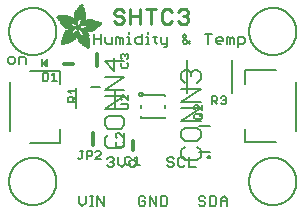
<source format=gbr>
G04 EAGLE Gerber RS-274X export*
G75*
%MOMM*%
%FSLAX34Y34*%
%LPD*%
%INSilkscreen Top*%
%IPPOS*%
%AMOC8*
5,1,8,0,0,1.08239X$1,22.5*%
G01*
%ADD10C,0.152400*%
%ADD11C,0.228600*%
%ADD12C,0.127000*%
%ADD13C,0.304800*%
%ADD14C,0.203200*%
%ADD15R,0.050800X0.006300*%
%ADD16R,0.082600X0.006400*%
%ADD17R,0.120600X0.006300*%
%ADD18R,0.139700X0.006400*%
%ADD19R,0.158800X0.006300*%
%ADD20R,0.177800X0.006400*%
%ADD21R,0.196800X0.006300*%
%ADD22R,0.215900X0.006400*%
%ADD23R,0.228600X0.006300*%
%ADD24R,0.241300X0.006400*%
%ADD25R,0.254000X0.006300*%
%ADD26R,0.266700X0.006400*%
%ADD27R,0.279400X0.006300*%
%ADD28R,0.285700X0.006400*%
%ADD29R,0.298400X0.006300*%
%ADD30R,0.311200X0.006400*%
%ADD31R,0.317500X0.006300*%
%ADD32R,0.330200X0.006400*%
%ADD33R,0.336600X0.006300*%
%ADD34R,0.349200X0.006400*%
%ADD35R,0.361900X0.006300*%
%ADD36R,0.368300X0.006400*%
%ADD37R,0.381000X0.006300*%
%ADD38R,0.387300X0.006400*%
%ADD39R,0.393700X0.006300*%
%ADD40R,0.406400X0.006400*%
%ADD41R,0.412700X0.006300*%
%ADD42R,0.419100X0.006400*%
%ADD43R,0.431800X0.006300*%
%ADD44R,0.438100X0.006400*%
%ADD45R,0.450800X0.006300*%
%ADD46R,0.457200X0.006400*%
%ADD47R,0.463500X0.006300*%
%ADD48R,0.476200X0.006400*%
%ADD49R,0.482600X0.006300*%
%ADD50R,0.488900X0.006400*%
%ADD51R,0.501600X0.006300*%
%ADD52R,0.508000X0.006400*%
%ADD53R,0.514300X0.006300*%
%ADD54R,0.527000X0.006400*%
%ADD55R,0.533400X0.006300*%
%ADD56R,0.546100X0.006400*%
%ADD57R,0.552400X0.006300*%
%ADD58R,0.558800X0.006400*%
%ADD59R,0.571500X0.006300*%
%ADD60R,0.577800X0.006400*%
%ADD61R,0.584200X0.006300*%
%ADD62R,0.596900X0.006400*%
%ADD63R,0.603200X0.006300*%
%ADD64R,0.609600X0.006400*%
%ADD65R,0.622300X0.006300*%
%ADD66R,0.628600X0.006400*%
%ADD67R,0.641300X0.006300*%
%ADD68R,0.647700X0.006400*%
%ADD69R,0.063500X0.006300*%
%ADD70R,0.654000X0.006300*%
%ADD71R,0.101600X0.006400*%
%ADD72R,0.666700X0.006400*%
%ADD73R,0.139700X0.006300*%
%ADD74R,0.673100X0.006300*%
%ADD75R,0.165100X0.006400*%
%ADD76R,0.679400X0.006400*%
%ADD77R,0.196900X0.006300*%
%ADD78R,0.692100X0.006300*%
%ADD79R,0.222200X0.006400*%
%ADD80R,0.698500X0.006400*%
%ADD81R,0.247700X0.006300*%
%ADD82R,0.704800X0.006300*%
%ADD83R,0.279400X0.006400*%
%ADD84R,0.717500X0.006400*%
%ADD85R,0.298500X0.006300*%
%ADD86R,0.723900X0.006300*%
%ADD87R,0.736600X0.006400*%
%ADD88R,0.342900X0.006300*%
%ADD89R,0.742900X0.006300*%
%ADD90R,0.374700X0.006400*%
%ADD91R,0.749300X0.006400*%
%ADD92R,0.762000X0.006300*%
%ADD93R,0.412700X0.006400*%
%ADD94R,0.768300X0.006400*%
%ADD95R,0.438100X0.006300*%
%ADD96R,0.774700X0.006300*%
%ADD97R,0.463600X0.006400*%
%ADD98R,0.787400X0.006400*%
%ADD99R,0.793700X0.006300*%
%ADD100R,0.495300X0.006400*%
%ADD101R,0.800100X0.006400*%
%ADD102R,0.520700X0.006300*%
%ADD103R,0.812800X0.006300*%
%ADD104R,0.533400X0.006400*%
%ADD105R,0.819100X0.006400*%
%ADD106R,0.558800X0.006300*%
%ADD107R,0.825500X0.006300*%
%ADD108R,0.577900X0.006400*%
%ADD109R,0.831800X0.006400*%
%ADD110R,0.596900X0.006300*%
%ADD111R,0.844500X0.006300*%
%ADD112R,0.616000X0.006400*%
%ADD113R,0.850900X0.006400*%
%ADD114R,0.635000X0.006300*%
%ADD115R,0.857200X0.006300*%
%ADD116R,0.654100X0.006400*%
%ADD117R,0.863600X0.006400*%
%ADD118R,0.666700X0.006300*%
%ADD119R,0.869900X0.006300*%
%ADD120R,0.685800X0.006400*%
%ADD121R,0.876300X0.006400*%
%ADD122R,0.882600X0.006300*%
%ADD123R,0.723900X0.006400*%
%ADD124R,0.889000X0.006400*%
%ADD125R,0.895300X0.006300*%
%ADD126R,0.755700X0.006400*%
%ADD127R,0.901700X0.006400*%
%ADD128R,0.908000X0.006300*%
%ADD129R,0.793800X0.006400*%
%ADD130R,0.914400X0.006400*%
%ADD131R,0.806400X0.006300*%
%ADD132R,0.920700X0.006300*%
%ADD133R,0.825500X0.006400*%
%ADD134R,0.927100X0.006400*%
%ADD135R,0.933400X0.006300*%
%ADD136R,0.857300X0.006400*%
%ADD137R,0.939800X0.006400*%
%ADD138R,0.870000X0.006300*%
%ADD139R,0.939800X0.006300*%
%ADD140R,0.946100X0.006400*%
%ADD141R,0.952500X0.006300*%
%ADD142R,0.908000X0.006400*%
%ADD143R,0.958800X0.006400*%
%ADD144R,0.965200X0.006300*%
%ADD145R,0.965200X0.006400*%
%ADD146R,0.971500X0.006300*%
%ADD147R,0.952500X0.006400*%
%ADD148R,0.977900X0.006400*%
%ADD149R,0.958800X0.006300*%
%ADD150R,0.984200X0.006300*%
%ADD151R,0.971500X0.006400*%
%ADD152R,0.984200X0.006400*%
%ADD153R,0.990600X0.006300*%
%ADD154R,0.984300X0.006400*%
%ADD155R,0.996900X0.006400*%
%ADD156R,0.997000X0.006300*%
%ADD157R,0.996900X0.006300*%
%ADD158R,1.003300X0.006400*%
%ADD159R,1.016000X0.006300*%
%ADD160R,1.009600X0.006300*%
%ADD161R,1.016000X0.006400*%
%ADD162R,1.009600X0.006400*%
%ADD163R,1.022300X0.006300*%
%ADD164R,1.028700X0.006400*%
%ADD165R,1.035100X0.006300*%
%ADD166R,1.047800X0.006400*%
%ADD167R,1.054100X0.006300*%
%ADD168R,1.028700X0.006300*%
%ADD169R,1.054100X0.006400*%
%ADD170R,1.035000X0.006400*%
%ADD171R,1.060400X0.006300*%
%ADD172R,1.035000X0.006300*%
%ADD173R,1.060500X0.006400*%
%ADD174R,1.041400X0.006400*%
%ADD175R,1.066800X0.006300*%
%ADD176R,1.041400X0.006300*%
%ADD177R,1.079500X0.006400*%
%ADD178R,1.047700X0.006400*%
%ADD179R,1.085900X0.006300*%
%ADD180R,1.047700X0.006300*%
%ADD181R,1.085800X0.006400*%
%ADD182R,1.092200X0.006300*%
%ADD183R,1.085900X0.006400*%
%ADD184R,1.098600X0.006300*%
%ADD185R,1.098600X0.006400*%
%ADD186R,1.060400X0.006400*%
%ADD187R,1.104900X0.006300*%
%ADD188R,1.104900X0.006400*%
%ADD189R,1.066800X0.006400*%
%ADD190R,1.111200X0.006300*%
%ADD191R,1.117600X0.006400*%
%ADD192R,1.117600X0.006300*%
%ADD193R,1.073100X0.006300*%
%ADD194R,1.073100X0.006400*%
%ADD195R,1.124000X0.006300*%
%ADD196R,1.079500X0.006300*%
%ADD197R,1.123900X0.006400*%
%ADD198R,1.130300X0.006300*%
%ADD199R,1.130300X0.006400*%
%ADD200R,1.136700X0.006400*%
%ADD201R,1.136700X0.006300*%
%ADD202R,1.085800X0.006300*%
%ADD203R,1.136600X0.006400*%
%ADD204R,1.136600X0.006300*%
%ADD205R,1.143000X0.006400*%
%ADD206R,1.143000X0.006300*%
%ADD207R,1.149400X0.006300*%
%ADD208R,1.149300X0.006300*%
%ADD209R,1.149300X0.006400*%
%ADD210R,1.149400X0.006400*%
%ADD211R,1.155700X0.006400*%
%ADD212R,1.155700X0.006300*%
%ADD213R,1.060500X0.006300*%
%ADD214R,2.197100X0.006400*%
%ADD215R,2.197100X0.006300*%
%ADD216R,2.184400X0.006300*%
%ADD217R,2.184400X0.006400*%
%ADD218R,2.171700X0.006400*%
%ADD219R,2.171700X0.006300*%
%ADD220R,1.530300X0.006400*%
%ADD221R,1.505000X0.006300*%
%ADD222R,1.492300X0.006400*%
%ADD223R,1.485900X0.006300*%
%ADD224R,0.565200X0.006300*%
%ADD225R,1.473200X0.006400*%
%ADD226R,0.565200X0.006400*%
%ADD227R,1.460500X0.006300*%
%ADD228R,1.454100X0.006400*%
%ADD229R,0.552400X0.006400*%
%ADD230R,1.441500X0.006300*%
%ADD231R,0.546100X0.006300*%
%ADD232R,1.435100X0.006400*%
%ADD233R,0.539800X0.006400*%
%ADD234R,1.428800X0.006300*%
%ADD235R,1.422400X0.006400*%
%ADD236R,1.409700X0.006300*%
%ADD237R,0.527100X0.006300*%
%ADD238R,1.403300X0.006400*%
%ADD239R,0.527100X0.006400*%
%ADD240R,1.390700X0.006300*%
%ADD241R,1.384300X0.006400*%
%ADD242R,0.520700X0.006400*%
%ADD243R,1.384300X0.006300*%
%ADD244R,0.514400X0.006300*%
%ADD245R,1.371600X0.006400*%
%ADD246R,1.365200X0.006300*%
%ADD247R,0.508000X0.006300*%
%ADD248R,1.352600X0.006400*%
%ADD249R,0.501700X0.006400*%
%ADD250R,0.711200X0.006300*%
%ADD251R,0.603300X0.006300*%
%ADD252R,0.501700X0.006300*%
%ADD253R,0.692100X0.006400*%
%ADD254R,0.571500X0.006400*%
%ADD255R,0.679400X0.006300*%
%ADD256R,0.495300X0.006300*%
%ADD257R,0.673100X0.006400*%
%ADD258R,0.666800X0.006300*%
%ADD259R,0.488900X0.006300*%
%ADD260R,0.660400X0.006400*%
%ADD261R,0.482600X0.006400*%
%ADD262R,0.476200X0.006300*%
%ADD263R,0.654000X0.006400*%
%ADD264R,0.469900X0.006400*%
%ADD265R,0.476300X0.006400*%
%ADD266R,0.647700X0.006300*%
%ADD267R,0.457200X0.006300*%
%ADD268R,0.469900X0.006300*%
%ADD269R,0.641300X0.006400*%
%ADD270R,0.444500X0.006400*%
%ADD271R,0.463600X0.006300*%
%ADD272R,0.635000X0.006400*%
%ADD273R,0.463500X0.006400*%
%ADD274R,0.393700X0.006400*%
%ADD275R,0.450800X0.006400*%
%ADD276R,0.628600X0.006300*%
%ADD277R,0.387400X0.006300*%
%ADD278R,0.450900X0.006300*%
%ADD279R,0.628700X0.006400*%
%ADD280R,0.374600X0.006400*%
%ADD281R,0.368300X0.006300*%
%ADD282R,0.438200X0.006300*%
%ADD283R,0.622300X0.006400*%
%ADD284R,0.355600X0.006400*%
%ADD285R,0.431800X0.006400*%
%ADD286R,0.349300X0.006300*%
%ADD287R,0.425400X0.006300*%
%ADD288R,0.615900X0.006300*%
%ADD289R,0.330200X0.006300*%
%ADD290R,0.419100X0.006300*%
%ADD291R,0.616000X0.006300*%
%ADD292R,0.311200X0.006300*%
%ADD293R,0.406400X0.006300*%
%ADD294R,0.615900X0.006400*%
%ADD295R,0.304800X0.006400*%
%ADD296R,0.158800X0.006400*%
%ADD297R,0.609600X0.006300*%
%ADD298R,0.292100X0.006300*%
%ADD299R,0.235000X0.006300*%
%ADD300R,0.387400X0.006400*%
%ADD301R,0.292100X0.006400*%
%ADD302R,0.336500X0.006300*%
%ADD303R,0.260400X0.006300*%
%ADD304R,0.603300X0.006400*%
%ADD305R,0.260400X0.006400*%
%ADD306R,0.362000X0.006400*%
%ADD307R,0.450900X0.006400*%
%ADD308R,0.355600X0.006300*%
%ADD309R,0.342900X0.006400*%
%ADD310R,0.514300X0.006400*%
%ADD311R,0.234900X0.006300*%
%ADD312R,0.539700X0.006300*%
%ADD313R,0.603200X0.006400*%
%ADD314R,0.234900X0.006400*%
%ADD315R,0.920700X0.006400*%
%ADD316R,0.958900X0.006400*%
%ADD317R,0.215900X0.006300*%
%ADD318R,0.209600X0.006400*%
%ADD319R,0.203200X0.006300*%
%ADD320R,1.003300X0.006300*%
%ADD321R,0.203200X0.006400*%
%ADD322R,0.196900X0.006400*%
%ADD323R,0.190500X0.006300*%
%ADD324R,0.190500X0.006400*%
%ADD325R,0.184200X0.006300*%
%ADD326R,0.590500X0.006400*%
%ADD327R,0.184200X0.006400*%
%ADD328R,0.590500X0.006300*%
%ADD329R,0.177800X0.006300*%
%ADD330R,0.584200X0.006400*%
%ADD331R,1.168400X0.006400*%
%ADD332R,0.171500X0.006300*%
%ADD333R,1.187500X0.006300*%
%ADD334R,1.200100X0.006400*%
%ADD335R,0.577800X0.006300*%
%ADD336R,1.212900X0.006300*%
%ADD337R,1.231900X0.006400*%
%ADD338R,1.250900X0.006300*%
%ADD339R,0.565100X0.006400*%
%ADD340R,0.184100X0.006400*%
%ADD341R,1.263700X0.006400*%
%ADD342R,0.565100X0.006300*%
%ADD343R,1.289100X0.006300*%
%ADD344R,1.314400X0.006400*%
%ADD345R,0.552500X0.006300*%
%ADD346R,1.568500X0.006300*%
%ADD347R,0.552500X0.006400*%
%ADD348R,1.581200X0.006400*%
%ADD349R,1.593800X0.006300*%
%ADD350R,1.606500X0.006400*%
%ADD351R,1.619300X0.006300*%
%ADD352R,0.514400X0.006400*%
%ADD353R,1.638300X0.006400*%
%ADD354R,1.657300X0.006300*%
%ADD355R,2.209800X0.006400*%
%ADD356R,2.425700X0.006300*%
%ADD357R,2.470100X0.006400*%
%ADD358R,2.501900X0.006300*%
%ADD359R,2.533700X0.006400*%
%ADD360R,2.559000X0.006300*%
%ADD361R,2.584500X0.006400*%
%ADD362R,2.609900X0.006300*%
%ADD363R,2.628900X0.006400*%
%ADD364R,2.660600X0.006300*%
%ADD365R,2.673400X0.006400*%
%ADD366R,1.422400X0.006300*%
%ADD367R,1.200200X0.006300*%
%ADD368R,1.365300X0.006300*%
%ADD369R,1.365300X0.006400*%
%ADD370R,1.352500X0.006300*%
%ADD371R,1.098500X0.006300*%
%ADD372R,1.358900X0.006400*%
%ADD373R,1.352600X0.006300*%
%ADD374R,1.358900X0.006300*%
%ADD375R,1.371600X0.006300*%
%ADD376R,1.377900X0.006400*%
%ADD377R,1.397000X0.006400*%
%ADD378R,1.403300X0.006300*%
%ADD379R,0.914400X0.006300*%
%ADD380R,0.876300X0.006300*%
%ADD381R,0.374600X0.006300*%
%ADD382R,1.073200X0.006400*%
%ADD383R,0.374700X0.006300*%
%ADD384R,0.844600X0.006400*%
%ADD385R,0.844600X0.006300*%
%ADD386R,0.831900X0.006400*%
%ADD387R,1.092200X0.006400*%
%ADD388R,0.400000X0.006300*%
%ADD389R,0.819200X0.006400*%
%ADD390R,1.111300X0.006400*%
%ADD391R,0.812800X0.006400*%
%ADD392R,0.800100X0.006300*%
%ADD393R,0.476300X0.006300*%
%ADD394R,1.181100X0.006300*%
%ADD395R,0.501600X0.006400*%
%ADD396R,1.193800X0.006400*%
%ADD397R,0.781000X0.006400*%
%ADD398R,1.238200X0.006400*%
%ADD399R,0.781100X0.006300*%
%ADD400R,1.257300X0.006300*%
%ADD401R,1.295400X0.006400*%
%ADD402R,1.333500X0.006300*%
%ADD403R,0.774700X0.006400*%
%ADD404R,1.866900X0.006400*%
%ADD405R,0.209600X0.006300*%
%ADD406R,1.866900X0.006300*%
%ADD407R,0.768400X0.006400*%
%ADD408R,0.209500X0.006400*%
%ADD409R,1.860600X0.006400*%
%ADD410R,0.762000X0.006400*%
%ADD411R,0.768400X0.006300*%
%ADD412R,1.860600X0.006300*%
%ADD413R,1.860500X0.006400*%
%ADD414R,0.222300X0.006300*%
%ADD415R,1.854200X0.006300*%
%ADD416R,0.235000X0.006400*%
%ADD417R,1.854200X0.006400*%
%ADD418R,0.768300X0.006300*%
%ADD419R,0.260300X0.006400*%
%ADD420R,1.847800X0.006400*%
%ADD421R,0.266700X0.006300*%
%ADD422R,1.847800X0.006300*%
%ADD423R,0.273100X0.006400*%
%ADD424R,1.841500X0.006400*%
%ADD425R,0.285800X0.006300*%
%ADD426R,1.841500X0.006300*%
%ADD427R,0.298500X0.006400*%
%ADD428R,1.835100X0.006400*%
%ADD429R,0.781000X0.006300*%
%ADD430R,0.304800X0.006300*%
%ADD431R,1.835100X0.006300*%
%ADD432R,0.317500X0.006400*%
%ADD433R,1.828800X0.006400*%
%ADD434R,0.787400X0.006300*%
%ADD435R,0.323800X0.006300*%
%ADD436R,1.828800X0.006300*%
%ADD437R,0.793700X0.006400*%
%ADD438R,1.822400X0.006400*%
%ADD439R,0.806500X0.006300*%
%ADD440R,1.822400X0.006300*%
%ADD441R,1.816100X0.006400*%
%ADD442R,0.819100X0.006300*%
%ADD443R,0.387300X0.006300*%
%ADD444R,1.816100X0.006300*%
%ADD445R,1.809800X0.006400*%
%ADD446R,1.803400X0.006300*%
%ADD447R,1.797000X0.006400*%
%ADD448R,0.901700X0.006300*%
%ADD449R,1.797000X0.006300*%
%ADD450R,1.441400X0.006400*%
%ADD451R,1.790700X0.006400*%
%ADD452R,1.447800X0.006300*%
%ADD453R,1.784300X0.006300*%
%ADD454R,1.447800X0.006400*%
%ADD455R,1.784300X0.006400*%
%ADD456R,1.454100X0.006300*%
%ADD457R,1.771700X0.006300*%
%ADD458R,1.460500X0.006400*%
%ADD459R,1.759000X0.006400*%
%ADD460R,1.466800X0.006300*%
%ADD461R,1.752600X0.006300*%
%ADD462R,1.466800X0.006400*%
%ADD463R,1.739900X0.006400*%
%ADD464R,1.473200X0.006300*%
%ADD465R,1.727200X0.006300*%
%ADD466R,1.479500X0.006400*%
%ADD467R,1.714500X0.006400*%
%ADD468R,1.695400X0.006300*%
%ADD469R,1.485900X0.006400*%
%ADD470R,1.682700X0.006400*%
%ADD471R,1.492200X0.006300*%
%ADD472R,1.663700X0.006300*%
%ADD473R,1.498600X0.006400*%
%ADD474R,1.644600X0.006400*%
%ADD475R,1.498600X0.006300*%
%ADD476R,1.619200X0.006300*%
%ADD477R,1.511300X0.006400*%
%ADD478R,1.600200X0.006400*%
%ADD479R,1.517700X0.006300*%
%ADD480R,1.574800X0.006300*%
%ADD481R,1.524000X0.006400*%
%ADD482R,1.555800X0.006400*%
%ADD483R,1.524000X0.006300*%
%ADD484R,1.536700X0.006300*%
%ADD485R,1.530400X0.006400*%
%ADD486R,1.517700X0.006400*%
%ADD487R,1.492300X0.006300*%
%ADD488R,1.549400X0.006400*%
%ADD489R,1.479600X0.006400*%
%ADD490R,1.549400X0.006300*%
%ADD491R,1.555700X0.006400*%
%ADD492R,1.562100X0.006300*%
%ADD493R,0.323900X0.006300*%
%ADD494R,1.568400X0.006400*%
%ADD495R,0.336600X0.006400*%
%ADD496R,1.587500X0.006300*%
%ADD497R,0.971600X0.006300*%
%ADD498R,0.349300X0.006400*%
%ADD499R,1.600200X0.006300*%
%ADD500R,0.920800X0.006300*%
%ADD501R,0.882700X0.006400*%
%ADD502R,1.612900X0.006300*%
%ADD503R,0.362000X0.006300*%
%ADD504R,1.625600X0.006400*%
%ADD505R,1.625600X0.006300*%
%ADD506R,1.644600X0.006300*%
%ADD507R,0.736600X0.006300*%
%ADD508R,0.717600X0.006400*%
%ADD509R,1.657400X0.006300*%
%ADD510R,0.679500X0.006300*%
%ADD511R,1.663700X0.006400*%
%ADD512R,0.400000X0.006400*%
%ADD513R,1.676400X0.006300*%
%ADD514R,1.676400X0.006400*%
%ADD515R,0.425500X0.006400*%
%ADD516R,1.352500X0.006400*%
%ADD517R,0.444500X0.006300*%
%ADD518R,0.361900X0.006400*%
%ADD519R,0.088900X0.006300*%
%ADD520R,1.009700X0.006300*%
%ADD521R,1.009700X0.006400*%
%ADD522R,1.022300X0.006400*%
%ADD523R,1.346200X0.006400*%
%ADD524R,1.346200X0.006300*%
%ADD525R,1.339900X0.006400*%
%ADD526R,1.035100X0.006400*%
%ADD527R,1.339800X0.006300*%
%ADD528R,1.333500X0.006400*%
%ADD529R,1.327200X0.006400*%
%ADD530R,1.320800X0.006300*%
%ADD531R,1.314500X0.006400*%
%ADD532R,1.314400X0.006300*%
%ADD533R,1.301700X0.006400*%
%ADD534R,1.295400X0.006300*%
%ADD535R,1.289000X0.006400*%
%ADD536R,1.276300X0.006300*%
%ADD537R,1.251000X0.006300*%
%ADD538R,1.244600X0.006400*%
%ADD539R,1.231900X0.006300*%
%ADD540R,1.212800X0.006400*%
%ADD541R,1.200100X0.006300*%
%ADD542R,1.187400X0.006400*%
%ADD543R,1.168400X0.006300*%
%ADD544R,1.047800X0.006300*%
%ADD545R,0.977900X0.006300*%
%ADD546R,0.946200X0.006400*%
%ADD547R,0.933400X0.006400*%
%ADD548R,0.895300X0.006400*%
%ADD549R,0.882700X0.006300*%
%ADD550R,0.863600X0.006300*%
%ADD551R,0.857200X0.006400*%
%ADD552R,0.850900X0.006300*%
%ADD553R,0.838200X0.006300*%
%ADD554R,0.806500X0.006400*%
%ADD555R,0.717600X0.006300*%
%ADD556R,0.711200X0.006400*%
%ADD557R,0.641400X0.006400*%
%ADD558R,0.641400X0.006300*%
%ADD559R,0.628700X0.006300*%
%ADD560R,0.590600X0.006300*%
%ADD561R,0.539700X0.006400*%
%ADD562R,0.285700X0.006300*%
%ADD563R,0.222200X0.006300*%
%ADD564R,0.171400X0.006300*%
%ADD565R,0.152400X0.006400*%
%ADD566R,0.133400X0.006300*%
%ADD567R,0.127000X0.762000*%

G36*
X37348Y122433D02*
X37348Y122433D01*
X37377Y122430D01*
X37469Y122450D01*
X37562Y122463D01*
X37589Y122476D01*
X37618Y122482D01*
X37698Y122530D01*
X37782Y122572D01*
X37803Y122593D01*
X37829Y122608D01*
X37890Y122680D01*
X37956Y122746D01*
X37969Y122772D01*
X37989Y122795D01*
X38024Y122882D01*
X38066Y122966D01*
X38070Y122996D01*
X38081Y123023D01*
X38099Y123190D01*
X38099Y128270D01*
X38094Y128299D01*
X38097Y128329D01*
X38075Y128420D01*
X38060Y128513D01*
X38046Y128539D01*
X38039Y128568D01*
X37988Y128647D01*
X37944Y128730D01*
X37923Y128751D01*
X37907Y128776D01*
X37834Y128835D01*
X37766Y128900D01*
X37739Y128912D01*
X37716Y128931D01*
X37628Y128964D01*
X37543Y129003D01*
X37513Y129006D01*
X37486Y129017D01*
X37392Y129020D01*
X37299Y129030D01*
X37269Y129024D01*
X37240Y129025D01*
X37150Y128998D01*
X37058Y128978D01*
X37033Y128963D01*
X37004Y128954D01*
X36862Y128864D01*
X33687Y126324D01*
X33618Y126247D01*
X33545Y126174D01*
X33536Y126157D01*
X33523Y126142D01*
X33481Y126046D01*
X33435Y125954D01*
X33433Y125934D01*
X33425Y125916D01*
X33416Y125813D01*
X33402Y125710D01*
X33406Y125691D01*
X33404Y125671D01*
X33429Y125570D01*
X33448Y125468D01*
X33458Y125451D01*
X33462Y125432D01*
X33518Y125345D01*
X33569Y125254D01*
X33586Y125237D01*
X33594Y125224D01*
X33619Y125204D01*
X33687Y125136D01*
X36862Y122596D01*
X36888Y122581D01*
X36910Y122561D01*
X36995Y122521D01*
X37077Y122475D01*
X37106Y122469D01*
X37133Y122457D01*
X37226Y122447D01*
X37318Y122429D01*
X37348Y122433D01*
G37*
D10*
X64488Y13215D02*
X64488Y7453D01*
X67370Y4572D01*
X70251Y7453D01*
X70251Y13215D01*
X73844Y4572D02*
X76725Y4572D01*
X75284Y4572D02*
X75284Y13215D01*
X73844Y13215D02*
X76725Y13215D01*
X80080Y13215D02*
X80080Y4572D01*
X85843Y4572D02*
X80080Y13215D01*
X85843Y13215D02*
X85843Y4572D01*
X88329Y44795D02*
X89770Y46235D01*
X92651Y46235D01*
X94091Y44795D01*
X94091Y43354D01*
X92651Y41914D01*
X91210Y41914D01*
X92651Y41914D02*
X94091Y40473D01*
X94091Y39033D01*
X92651Y37592D01*
X89770Y37592D01*
X88329Y39033D01*
X97684Y40473D02*
X97684Y46235D01*
X97684Y40473D02*
X100566Y37592D01*
X103447Y40473D01*
X103447Y46235D01*
X108480Y37592D02*
X111361Y37592D01*
X112802Y39033D01*
X112802Y41914D01*
X111361Y43354D01*
X108480Y43354D01*
X107040Y41914D01*
X107040Y39033D01*
X108480Y37592D01*
X119321Y13215D02*
X120761Y11775D01*
X119321Y13215D02*
X116440Y13215D01*
X114999Y11775D01*
X114999Y6013D01*
X116440Y4572D01*
X119321Y4572D01*
X120761Y6013D01*
X120761Y8894D01*
X117880Y8894D01*
X124354Y13215D02*
X124354Y4572D01*
X130117Y4572D02*
X124354Y13215D01*
X130117Y13215D02*
X130117Y4572D01*
X133710Y4572D02*
X133710Y13215D01*
X133710Y4572D02*
X138031Y4572D01*
X139472Y6013D01*
X139472Y11775D01*
X138031Y13215D01*
X133710Y13215D01*
X144891Y44795D02*
X143451Y46235D01*
X140570Y46235D01*
X139129Y44795D01*
X139129Y43354D01*
X140570Y41914D01*
X143451Y41914D01*
X144891Y40473D01*
X144891Y39033D01*
X143451Y37592D01*
X140570Y37592D01*
X139129Y39033D01*
X152806Y46235D02*
X154247Y44795D01*
X152806Y46235D02*
X149925Y46235D01*
X148484Y44795D01*
X148484Y39033D01*
X149925Y37592D01*
X152806Y37592D01*
X154247Y39033D01*
X157840Y37592D02*
X157840Y46235D01*
X157840Y37592D02*
X163602Y37592D01*
X170121Y13215D02*
X171561Y11775D01*
X170121Y13215D02*
X167240Y13215D01*
X165799Y11775D01*
X165799Y10334D01*
X167240Y8894D01*
X170121Y8894D01*
X171561Y7453D01*
X171561Y6013D01*
X170121Y4572D01*
X167240Y4572D01*
X165799Y6013D01*
X175154Y4572D02*
X175154Y13215D01*
X175154Y4572D02*
X179476Y4572D01*
X180917Y6013D01*
X180917Y11775D01*
X179476Y13215D01*
X175154Y13215D01*
X184510Y10334D02*
X184510Y4572D01*
X184510Y10334D02*
X187391Y13215D01*
X190272Y10334D01*
X190272Y4572D01*
X190272Y8894D02*
X184510Y8894D01*
D11*
X102535Y169258D02*
X100459Y171334D01*
X96307Y171334D01*
X94230Y169258D01*
X94230Y167181D01*
X96307Y165105D01*
X100459Y165105D01*
X102535Y163029D01*
X102535Y160953D01*
X100459Y158877D01*
X96307Y158877D01*
X94230Y160953D01*
X107795Y158877D02*
X107795Y171334D01*
X107795Y165105D02*
X116100Y165105D01*
X116100Y158877D02*
X116100Y171334D01*
X125513Y171334D02*
X125513Y158877D01*
X121361Y171334D02*
X129665Y171334D01*
X141154Y171334D02*
X143230Y169258D01*
X141154Y171334D02*
X137002Y171334D01*
X134926Y169258D01*
X134926Y160953D01*
X137002Y158877D01*
X141154Y158877D01*
X143230Y160953D01*
X148491Y169258D02*
X150567Y171334D01*
X154719Y171334D01*
X156795Y169258D01*
X156795Y167181D01*
X154719Y165105D01*
X152643Y165105D01*
X154719Y165105D02*
X156795Y163029D01*
X156795Y160953D01*
X154719Y158877D01*
X150567Y158877D01*
X148491Y160953D01*
D10*
X77516Y150375D02*
X77516Y141732D01*
X77516Y146054D02*
X83278Y146054D01*
X83278Y150375D02*
X83278Y141732D01*
X86871Y143173D02*
X86871Y147494D01*
X86871Y143173D02*
X88311Y141732D01*
X92633Y141732D01*
X92633Y147494D01*
X96226Y147494D02*
X96226Y141732D01*
X96226Y147494D02*
X97667Y147494D01*
X99107Y146054D01*
X99107Y141732D01*
X99107Y146054D02*
X100548Y147494D01*
X101988Y146054D01*
X101988Y141732D01*
X105581Y147494D02*
X107022Y147494D01*
X107022Y141732D01*
X108462Y141732D02*
X105581Y141732D01*
X107022Y150375D02*
X107022Y151816D01*
X117580Y150375D02*
X117580Y141732D01*
X113259Y141732D01*
X111818Y143173D01*
X111818Y146054D01*
X113259Y147494D01*
X117580Y147494D01*
X121173Y147494D02*
X122614Y147494D01*
X122614Y141732D01*
X124054Y141732D02*
X121173Y141732D01*
X122614Y150375D02*
X122614Y151816D01*
X128851Y148935D02*
X128851Y143173D01*
X130291Y141732D01*
X130291Y147494D02*
X127410Y147494D01*
X133647Y147494D02*
X133647Y143173D01*
X135087Y141732D01*
X139409Y141732D01*
X139409Y140291D02*
X139409Y147494D01*
X139409Y140291D02*
X137968Y138851D01*
X136528Y138851D01*
X155238Y141732D02*
X158119Y144613D01*
X155238Y141732D02*
X153798Y141732D01*
X152357Y143173D01*
X152357Y144613D01*
X155238Y147494D01*
X155238Y148935D01*
X153798Y150375D01*
X152357Y148935D01*
X152357Y147494D01*
X158119Y141732D01*
X173949Y141732D02*
X173949Y150375D01*
X171068Y150375D02*
X176830Y150375D01*
X181863Y141732D02*
X184744Y141732D01*
X181863Y141732D02*
X180423Y143173D01*
X180423Y146054D01*
X181863Y147494D01*
X184744Y147494D01*
X186185Y146054D01*
X186185Y144613D01*
X180423Y144613D01*
X189778Y141732D02*
X189778Y147494D01*
X191218Y147494D01*
X192659Y146054D01*
X192659Y141732D01*
X192659Y146054D02*
X194100Y147494D01*
X195540Y146054D01*
X195540Y141732D01*
X199133Y138851D02*
X199133Y147494D01*
X203455Y147494D01*
X204895Y146054D01*
X204895Y143173D01*
X203455Y141732D01*
X199133Y141732D01*
D12*
X8894Y125095D02*
X5928Y125095D01*
X8894Y125095D02*
X10377Y126578D01*
X10377Y129544D01*
X8894Y131027D01*
X5928Y131027D01*
X4445Y129544D01*
X4445Y126578D01*
X5928Y125095D01*
X13800Y125095D02*
X13800Y131027D01*
X18249Y131027D01*
X19732Y129544D01*
X19732Y125095D01*
D13*
X76200Y66040D02*
X76200Y55880D01*
D10*
X96006Y57679D02*
X97108Y58780D01*
X96006Y57679D02*
X96006Y55475D01*
X97108Y54374D01*
X101514Y54374D01*
X102616Y55475D01*
X102616Y57679D01*
X101514Y58780D01*
X102616Y61858D02*
X102616Y66264D01*
X102616Y61858D02*
X98210Y66264D01*
X97108Y66264D01*
X96006Y65163D01*
X96006Y62959D01*
X97108Y61858D01*
D14*
X62240Y87250D02*
X62240Y103250D01*
X95240Y103250D02*
X95240Y87250D01*
X82740Y105750D02*
X74740Y105750D01*
D10*
X99816Y86664D02*
X105324Y86664D01*
X106426Y87765D01*
X106426Y89969D01*
X105324Y91070D01*
X99816Y91070D01*
X106426Y94148D02*
X106426Y98554D01*
X106426Y94148D02*
X102020Y98554D01*
X100918Y98554D01*
X99816Y97453D01*
X99816Y95249D01*
X100918Y94148D01*
D13*
X80010Y123190D02*
X80010Y133350D01*
D10*
X99816Y124989D02*
X100918Y126090D01*
X99816Y124989D02*
X99816Y122785D01*
X100918Y121684D01*
X105324Y121684D01*
X106426Y122785D01*
X106426Y124989D01*
X105324Y126090D01*
X100918Y129168D02*
X99816Y130269D01*
X99816Y132473D01*
X100918Y133574D01*
X102020Y133574D01*
X103121Y132473D01*
X103121Y131371D01*
X103121Y132473D02*
X104223Y133574D01*
X105324Y133574D01*
X106426Y132473D01*
X106426Y130269D01*
X105324Y129168D01*
D13*
X110490Y59880D02*
X110490Y51880D01*
D10*
X107209Y46234D02*
X108310Y45132D01*
X107209Y46234D02*
X105005Y46234D01*
X103904Y45132D01*
X103904Y40726D01*
X105005Y39624D01*
X107209Y39624D01*
X108310Y40726D01*
X111388Y44030D02*
X113591Y46234D01*
X113591Y39624D01*
X111388Y39624D02*
X115794Y39624D01*
D14*
X156260Y100300D02*
X156260Y128300D01*
X194260Y128300D02*
X194260Y100300D01*
D10*
X177054Y97544D02*
X177054Y90934D01*
X177054Y97544D02*
X180359Y97544D01*
X181460Y96442D01*
X181460Y94239D01*
X180359Y93137D01*
X177054Y93137D01*
X179257Y93137D02*
X181460Y90934D01*
X184538Y96442D02*
X185639Y97544D01*
X187843Y97544D01*
X188944Y96442D01*
X188944Y95340D01*
X187843Y94239D01*
X186741Y94239D01*
X187843Y94239D02*
X188944Y93137D01*
X188944Y92036D01*
X187843Y90934D01*
X185639Y90934D01*
X184538Y92036D01*
D14*
X175315Y49960D02*
X166315Y49960D01*
X166315Y71960D02*
X175315Y71960D01*
X173315Y45960D02*
X173317Y46023D01*
X173323Y46085D01*
X173333Y46147D01*
X173346Y46209D01*
X173364Y46269D01*
X173385Y46328D01*
X173410Y46386D01*
X173439Y46442D01*
X173471Y46496D01*
X173506Y46548D01*
X173544Y46597D01*
X173586Y46645D01*
X173630Y46689D01*
X173678Y46731D01*
X173727Y46769D01*
X173779Y46804D01*
X173833Y46836D01*
X173889Y46865D01*
X173947Y46890D01*
X174006Y46911D01*
X174066Y46929D01*
X174128Y46942D01*
X174190Y46952D01*
X174252Y46958D01*
X174315Y46960D01*
X174378Y46958D01*
X174440Y46952D01*
X174502Y46942D01*
X174564Y46929D01*
X174624Y46911D01*
X174683Y46890D01*
X174741Y46865D01*
X174797Y46836D01*
X174851Y46804D01*
X174903Y46769D01*
X174952Y46731D01*
X175000Y46689D01*
X175044Y46645D01*
X175086Y46597D01*
X175124Y46548D01*
X175159Y46496D01*
X175191Y46442D01*
X175220Y46386D01*
X175245Y46328D01*
X175266Y46269D01*
X175284Y46209D01*
X175297Y46147D01*
X175307Y46085D01*
X175313Y46023D01*
X175315Y45960D01*
X175313Y45897D01*
X175307Y45835D01*
X175297Y45773D01*
X175284Y45711D01*
X175266Y45651D01*
X175245Y45592D01*
X175220Y45534D01*
X175191Y45478D01*
X175159Y45424D01*
X175124Y45372D01*
X175086Y45323D01*
X175044Y45275D01*
X175000Y45231D01*
X174952Y45189D01*
X174903Y45151D01*
X174851Y45116D01*
X174797Y45084D01*
X174741Y45055D01*
X174683Y45030D01*
X174624Y45009D01*
X174564Y44991D01*
X174502Y44978D01*
X174440Y44968D01*
X174378Y44962D01*
X174315Y44960D01*
X174252Y44962D01*
X174190Y44968D01*
X174128Y44978D01*
X174066Y44991D01*
X174006Y45009D01*
X173947Y45030D01*
X173889Y45055D01*
X173833Y45084D01*
X173779Y45116D01*
X173727Y45151D01*
X173678Y45189D01*
X173630Y45231D01*
X173586Y45275D01*
X173544Y45323D01*
X173506Y45372D01*
X173471Y45424D01*
X173439Y45478D01*
X173410Y45534D01*
X173385Y45592D01*
X173364Y45651D01*
X173346Y45711D01*
X173333Y45773D01*
X173323Y45835D01*
X173317Y45897D01*
X173315Y45960D01*
D10*
X167681Y78232D02*
X163275Y78232D01*
X162173Y79334D01*
X162173Y81537D01*
X163275Y82638D01*
X167681Y82638D01*
X168783Y81537D01*
X168783Y79334D01*
X167681Y78232D01*
X166580Y80435D02*
X168783Y82638D01*
X168783Y85716D02*
X168783Y90123D01*
X164377Y90123D02*
X168783Y85716D01*
X164377Y90123D02*
X163275Y90123D01*
X162173Y89021D01*
X162173Y86818D01*
X163275Y85716D01*
D14*
X5400Y152400D02*
X5406Y152891D01*
X5424Y153381D01*
X5454Y153871D01*
X5496Y154360D01*
X5550Y154848D01*
X5616Y155335D01*
X5694Y155819D01*
X5784Y156302D01*
X5886Y156782D01*
X5999Y157260D01*
X6124Y157734D01*
X6261Y158206D01*
X6409Y158674D01*
X6569Y159138D01*
X6740Y159598D01*
X6922Y160054D01*
X7116Y160505D01*
X7320Y160951D01*
X7536Y161392D01*
X7762Y161828D01*
X7998Y162258D01*
X8245Y162682D01*
X8503Y163100D01*
X8771Y163511D01*
X9048Y163916D01*
X9336Y164314D01*
X9633Y164705D01*
X9940Y165088D01*
X10256Y165463D01*
X10581Y165831D01*
X10915Y166191D01*
X11258Y166542D01*
X11609Y166885D01*
X11969Y167219D01*
X12337Y167544D01*
X12712Y167860D01*
X13095Y168167D01*
X13486Y168464D01*
X13884Y168752D01*
X14289Y169029D01*
X14700Y169297D01*
X15118Y169555D01*
X15542Y169802D01*
X15972Y170038D01*
X16408Y170264D01*
X16849Y170480D01*
X17295Y170684D01*
X17746Y170878D01*
X18202Y171060D01*
X18662Y171231D01*
X19126Y171391D01*
X19594Y171539D01*
X20066Y171676D01*
X20540Y171801D01*
X21018Y171914D01*
X21498Y172016D01*
X21981Y172106D01*
X22465Y172184D01*
X22952Y172250D01*
X23440Y172304D01*
X23929Y172346D01*
X24419Y172376D01*
X24909Y172394D01*
X25400Y172400D01*
X25891Y172394D01*
X26381Y172376D01*
X26871Y172346D01*
X27360Y172304D01*
X27848Y172250D01*
X28335Y172184D01*
X28819Y172106D01*
X29302Y172016D01*
X29782Y171914D01*
X30260Y171801D01*
X30734Y171676D01*
X31206Y171539D01*
X31674Y171391D01*
X32138Y171231D01*
X32598Y171060D01*
X33054Y170878D01*
X33505Y170684D01*
X33951Y170480D01*
X34392Y170264D01*
X34828Y170038D01*
X35258Y169802D01*
X35682Y169555D01*
X36100Y169297D01*
X36511Y169029D01*
X36916Y168752D01*
X37314Y168464D01*
X37705Y168167D01*
X38088Y167860D01*
X38463Y167544D01*
X38831Y167219D01*
X39191Y166885D01*
X39542Y166542D01*
X39885Y166191D01*
X40219Y165831D01*
X40544Y165463D01*
X40860Y165088D01*
X41167Y164705D01*
X41464Y164314D01*
X41752Y163916D01*
X42029Y163511D01*
X42297Y163100D01*
X42555Y162682D01*
X42802Y162258D01*
X43038Y161828D01*
X43264Y161392D01*
X43480Y160951D01*
X43684Y160505D01*
X43878Y160054D01*
X44060Y159598D01*
X44231Y159138D01*
X44391Y158674D01*
X44539Y158206D01*
X44676Y157734D01*
X44801Y157260D01*
X44914Y156782D01*
X45016Y156302D01*
X45106Y155819D01*
X45184Y155335D01*
X45250Y154848D01*
X45304Y154360D01*
X45346Y153871D01*
X45376Y153381D01*
X45394Y152891D01*
X45400Y152400D01*
X45394Y151909D01*
X45376Y151419D01*
X45346Y150929D01*
X45304Y150440D01*
X45250Y149952D01*
X45184Y149465D01*
X45106Y148981D01*
X45016Y148498D01*
X44914Y148018D01*
X44801Y147540D01*
X44676Y147066D01*
X44539Y146594D01*
X44391Y146126D01*
X44231Y145662D01*
X44060Y145202D01*
X43878Y144746D01*
X43684Y144295D01*
X43480Y143849D01*
X43264Y143408D01*
X43038Y142972D01*
X42802Y142542D01*
X42555Y142118D01*
X42297Y141700D01*
X42029Y141289D01*
X41752Y140884D01*
X41464Y140486D01*
X41167Y140095D01*
X40860Y139712D01*
X40544Y139337D01*
X40219Y138969D01*
X39885Y138609D01*
X39542Y138258D01*
X39191Y137915D01*
X38831Y137581D01*
X38463Y137256D01*
X38088Y136940D01*
X37705Y136633D01*
X37314Y136336D01*
X36916Y136048D01*
X36511Y135771D01*
X36100Y135503D01*
X35682Y135245D01*
X35258Y134998D01*
X34828Y134762D01*
X34392Y134536D01*
X33951Y134320D01*
X33505Y134116D01*
X33054Y133922D01*
X32598Y133740D01*
X32138Y133569D01*
X31674Y133409D01*
X31206Y133261D01*
X30734Y133124D01*
X30260Y132999D01*
X29782Y132886D01*
X29302Y132784D01*
X28819Y132694D01*
X28335Y132616D01*
X27848Y132550D01*
X27360Y132496D01*
X26871Y132454D01*
X26381Y132424D01*
X25891Y132406D01*
X25400Y132400D01*
X24909Y132406D01*
X24419Y132424D01*
X23929Y132454D01*
X23440Y132496D01*
X22952Y132550D01*
X22465Y132616D01*
X21981Y132694D01*
X21498Y132784D01*
X21018Y132886D01*
X20540Y132999D01*
X20066Y133124D01*
X19594Y133261D01*
X19126Y133409D01*
X18662Y133569D01*
X18202Y133740D01*
X17746Y133922D01*
X17295Y134116D01*
X16849Y134320D01*
X16408Y134536D01*
X15972Y134762D01*
X15542Y134998D01*
X15118Y135245D01*
X14700Y135503D01*
X14289Y135771D01*
X13884Y136048D01*
X13486Y136336D01*
X13095Y136633D01*
X12712Y136940D01*
X12337Y137256D01*
X11969Y137581D01*
X11609Y137915D01*
X11258Y138258D01*
X10915Y138609D01*
X10581Y138969D01*
X10256Y139337D01*
X9940Y139712D01*
X9633Y140095D01*
X9336Y140486D01*
X9048Y140884D01*
X8771Y141289D01*
X8503Y141700D01*
X8245Y142118D01*
X7998Y142542D01*
X7762Y142972D01*
X7536Y143408D01*
X7320Y143849D01*
X7116Y144295D01*
X6922Y144746D01*
X6740Y145202D01*
X6569Y145662D01*
X6409Y146126D01*
X6261Y146594D01*
X6124Y147066D01*
X5999Y147540D01*
X5886Y148018D01*
X5784Y148498D01*
X5694Y148981D01*
X5616Y149465D01*
X5550Y149952D01*
X5496Y150440D01*
X5454Y150929D01*
X5424Y151419D01*
X5406Y151909D01*
X5400Y152400D01*
X208600Y152400D02*
X208606Y152891D01*
X208624Y153381D01*
X208654Y153871D01*
X208696Y154360D01*
X208750Y154848D01*
X208816Y155335D01*
X208894Y155819D01*
X208984Y156302D01*
X209086Y156782D01*
X209199Y157260D01*
X209324Y157734D01*
X209461Y158206D01*
X209609Y158674D01*
X209769Y159138D01*
X209940Y159598D01*
X210122Y160054D01*
X210316Y160505D01*
X210520Y160951D01*
X210736Y161392D01*
X210962Y161828D01*
X211198Y162258D01*
X211445Y162682D01*
X211703Y163100D01*
X211971Y163511D01*
X212248Y163916D01*
X212536Y164314D01*
X212833Y164705D01*
X213140Y165088D01*
X213456Y165463D01*
X213781Y165831D01*
X214115Y166191D01*
X214458Y166542D01*
X214809Y166885D01*
X215169Y167219D01*
X215537Y167544D01*
X215912Y167860D01*
X216295Y168167D01*
X216686Y168464D01*
X217084Y168752D01*
X217489Y169029D01*
X217900Y169297D01*
X218318Y169555D01*
X218742Y169802D01*
X219172Y170038D01*
X219608Y170264D01*
X220049Y170480D01*
X220495Y170684D01*
X220946Y170878D01*
X221402Y171060D01*
X221862Y171231D01*
X222326Y171391D01*
X222794Y171539D01*
X223266Y171676D01*
X223740Y171801D01*
X224218Y171914D01*
X224698Y172016D01*
X225181Y172106D01*
X225665Y172184D01*
X226152Y172250D01*
X226640Y172304D01*
X227129Y172346D01*
X227619Y172376D01*
X228109Y172394D01*
X228600Y172400D01*
X229091Y172394D01*
X229581Y172376D01*
X230071Y172346D01*
X230560Y172304D01*
X231048Y172250D01*
X231535Y172184D01*
X232019Y172106D01*
X232502Y172016D01*
X232982Y171914D01*
X233460Y171801D01*
X233934Y171676D01*
X234406Y171539D01*
X234874Y171391D01*
X235338Y171231D01*
X235798Y171060D01*
X236254Y170878D01*
X236705Y170684D01*
X237151Y170480D01*
X237592Y170264D01*
X238028Y170038D01*
X238458Y169802D01*
X238882Y169555D01*
X239300Y169297D01*
X239711Y169029D01*
X240116Y168752D01*
X240514Y168464D01*
X240905Y168167D01*
X241288Y167860D01*
X241663Y167544D01*
X242031Y167219D01*
X242391Y166885D01*
X242742Y166542D01*
X243085Y166191D01*
X243419Y165831D01*
X243744Y165463D01*
X244060Y165088D01*
X244367Y164705D01*
X244664Y164314D01*
X244952Y163916D01*
X245229Y163511D01*
X245497Y163100D01*
X245755Y162682D01*
X246002Y162258D01*
X246238Y161828D01*
X246464Y161392D01*
X246680Y160951D01*
X246884Y160505D01*
X247078Y160054D01*
X247260Y159598D01*
X247431Y159138D01*
X247591Y158674D01*
X247739Y158206D01*
X247876Y157734D01*
X248001Y157260D01*
X248114Y156782D01*
X248216Y156302D01*
X248306Y155819D01*
X248384Y155335D01*
X248450Y154848D01*
X248504Y154360D01*
X248546Y153871D01*
X248576Y153381D01*
X248594Y152891D01*
X248600Y152400D01*
X248594Y151909D01*
X248576Y151419D01*
X248546Y150929D01*
X248504Y150440D01*
X248450Y149952D01*
X248384Y149465D01*
X248306Y148981D01*
X248216Y148498D01*
X248114Y148018D01*
X248001Y147540D01*
X247876Y147066D01*
X247739Y146594D01*
X247591Y146126D01*
X247431Y145662D01*
X247260Y145202D01*
X247078Y144746D01*
X246884Y144295D01*
X246680Y143849D01*
X246464Y143408D01*
X246238Y142972D01*
X246002Y142542D01*
X245755Y142118D01*
X245497Y141700D01*
X245229Y141289D01*
X244952Y140884D01*
X244664Y140486D01*
X244367Y140095D01*
X244060Y139712D01*
X243744Y139337D01*
X243419Y138969D01*
X243085Y138609D01*
X242742Y138258D01*
X242391Y137915D01*
X242031Y137581D01*
X241663Y137256D01*
X241288Y136940D01*
X240905Y136633D01*
X240514Y136336D01*
X240116Y136048D01*
X239711Y135771D01*
X239300Y135503D01*
X238882Y135245D01*
X238458Y134998D01*
X238028Y134762D01*
X237592Y134536D01*
X237151Y134320D01*
X236705Y134116D01*
X236254Y133922D01*
X235798Y133740D01*
X235338Y133569D01*
X234874Y133409D01*
X234406Y133261D01*
X233934Y133124D01*
X233460Y132999D01*
X232982Y132886D01*
X232502Y132784D01*
X232019Y132694D01*
X231535Y132616D01*
X231048Y132550D01*
X230560Y132496D01*
X230071Y132454D01*
X229581Y132424D01*
X229091Y132406D01*
X228600Y132400D01*
X228109Y132406D01*
X227619Y132424D01*
X227129Y132454D01*
X226640Y132496D01*
X226152Y132550D01*
X225665Y132616D01*
X225181Y132694D01*
X224698Y132784D01*
X224218Y132886D01*
X223740Y132999D01*
X223266Y133124D01*
X222794Y133261D01*
X222326Y133409D01*
X221862Y133569D01*
X221402Y133740D01*
X220946Y133922D01*
X220495Y134116D01*
X220049Y134320D01*
X219608Y134536D01*
X219172Y134762D01*
X218742Y134998D01*
X218318Y135245D01*
X217900Y135503D01*
X217489Y135771D01*
X217084Y136048D01*
X216686Y136336D01*
X216295Y136633D01*
X215912Y136940D01*
X215537Y137256D01*
X215169Y137581D01*
X214809Y137915D01*
X214458Y138258D01*
X214115Y138609D01*
X213781Y138969D01*
X213456Y139337D01*
X213140Y139712D01*
X212833Y140095D01*
X212536Y140486D01*
X212248Y140884D01*
X211971Y141289D01*
X211703Y141700D01*
X211445Y142118D01*
X211198Y142542D01*
X210962Y142972D01*
X210736Y143408D01*
X210520Y143849D01*
X210316Y144295D01*
X210122Y144746D01*
X209940Y145202D01*
X209769Y145662D01*
X209609Y146126D01*
X209461Y146594D01*
X209324Y147066D01*
X209199Y147540D01*
X209086Y148018D01*
X208984Y148498D01*
X208894Y148981D01*
X208816Y149465D01*
X208750Y149952D01*
X208696Y150440D01*
X208654Y150929D01*
X208624Y151419D01*
X208606Y151909D01*
X208600Y152400D01*
D10*
X205190Y58900D02*
X231190Y58900D01*
X205190Y58900D02*
X205190Y69900D01*
X205190Y107900D02*
X205190Y119900D01*
X231190Y119900D01*
X248190Y109900D02*
X248190Y67900D01*
X154010Y54509D02*
X151298Y51797D01*
X151298Y46374D01*
X154010Y43662D01*
X164856Y43662D01*
X167568Y46374D01*
X167568Y51797D01*
X164856Y54509D01*
X151298Y62745D02*
X151298Y68169D01*
X151298Y62745D02*
X154010Y60034D01*
X164856Y60034D01*
X167568Y62745D01*
X167568Y68169D01*
X164856Y70880D01*
X154010Y70880D01*
X151298Y68169D01*
X151298Y76405D02*
X167568Y76405D01*
X167568Y87252D02*
X151298Y76405D01*
X151298Y87252D02*
X167568Y87252D01*
X167568Y92777D02*
X151298Y92777D01*
X167568Y103623D01*
X151298Y103623D01*
X154010Y109148D02*
X151298Y111860D01*
X151298Y117283D01*
X154010Y119995D01*
X156721Y119995D01*
X159433Y117283D01*
X159433Y114572D01*
X159433Y117283D02*
X162145Y119995D01*
X164856Y119995D01*
X167568Y117283D01*
X167568Y111860D01*
X164856Y109148D01*
X48810Y118900D02*
X22810Y118900D01*
X48810Y118900D02*
X48810Y107900D01*
X48810Y69900D02*
X48810Y57900D01*
X22810Y57900D01*
X5810Y67900D02*
X5810Y109900D01*
X86418Y61939D02*
X89130Y64651D01*
X86418Y61939D02*
X86418Y56516D01*
X89130Y53804D01*
X99976Y53804D01*
X102688Y56516D01*
X102688Y61939D01*
X99976Y64651D01*
X86418Y72887D02*
X86418Y78311D01*
X86418Y72887D02*
X89130Y70176D01*
X99976Y70176D01*
X102688Y72887D01*
X102688Y78311D01*
X99976Y81022D01*
X89130Y81022D01*
X86418Y78311D01*
X86418Y86547D02*
X102688Y86547D01*
X102688Y97394D02*
X86418Y86547D01*
X86418Y97394D02*
X102688Y97394D01*
X102688Y102919D02*
X86418Y102919D01*
X102688Y113765D01*
X86418Y113765D01*
X86418Y127425D02*
X102688Y127425D01*
X94553Y119290D02*
X86418Y127425D01*
X94553Y130137D02*
X94553Y119290D01*
D14*
X5400Y25400D02*
X5406Y25891D01*
X5424Y26381D01*
X5454Y26871D01*
X5496Y27360D01*
X5550Y27848D01*
X5616Y28335D01*
X5694Y28819D01*
X5784Y29302D01*
X5886Y29782D01*
X5999Y30260D01*
X6124Y30734D01*
X6261Y31206D01*
X6409Y31674D01*
X6569Y32138D01*
X6740Y32598D01*
X6922Y33054D01*
X7116Y33505D01*
X7320Y33951D01*
X7536Y34392D01*
X7762Y34828D01*
X7998Y35258D01*
X8245Y35682D01*
X8503Y36100D01*
X8771Y36511D01*
X9048Y36916D01*
X9336Y37314D01*
X9633Y37705D01*
X9940Y38088D01*
X10256Y38463D01*
X10581Y38831D01*
X10915Y39191D01*
X11258Y39542D01*
X11609Y39885D01*
X11969Y40219D01*
X12337Y40544D01*
X12712Y40860D01*
X13095Y41167D01*
X13486Y41464D01*
X13884Y41752D01*
X14289Y42029D01*
X14700Y42297D01*
X15118Y42555D01*
X15542Y42802D01*
X15972Y43038D01*
X16408Y43264D01*
X16849Y43480D01*
X17295Y43684D01*
X17746Y43878D01*
X18202Y44060D01*
X18662Y44231D01*
X19126Y44391D01*
X19594Y44539D01*
X20066Y44676D01*
X20540Y44801D01*
X21018Y44914D01*
X21498Y45016D01*
X21981Y45106D01*
X22465Y45184D01*
X22952Y45250D01*
X23440Y45304D01*
X23929Y45346D01*
X24419Y45376D01*
X24909Y45394D01*
X25400Y45400D01*
X25891Y45394D01*
X26381Y45376D01*
X26871Y45346D01*
X27360Y45304D01*
X27848Y45250D01*
X28335Y45184D01*
X28819Y45106D01*
X29302Y45016D01*
X29782Y44914D01*
X30260Y44801D01*
X30734Y44676D01*
X31206Y44539D01*
X31674Y44391D01*
X32138Y44231D01*
X32598Y44060D01*
X33054Y43878D01*
X33505Y43684D01*
X33951Y43480D01*
X34392Y43264D01*
X34828Y43038D01*
X35258Y42802D01*
X35682Y42555D01*
X36100Y42297D01*
X36511Y42029D01*
X36916Y41752D01*
X37314Y41464D01*
X37705Y41167D01*
X38088Y40860D01*
X38463Y40544D01*
X38831Y40219D01*
X39191Y39885D01*
X39542Y39542D01*
X39885Y39191D01*
X40219Y38831D01*
X40544Y38463D01*
X40860Y38088D01*
X41167Y37705D01*
X41464Y37314D01*
X41752Y36916D01*
X42029Y36511D01*
X42297Y36100D01*
X42555Y35682D01*
X42802Y35258D01*
X43038Y34828D01*
X43264Y34392D01*
X43480Y33951D01*
X43684Y33505D01*
X43878Y33054D01*
X44060Y32598D01*
X44231Y32138D01*
X44391Y31674D01*
X44539Y31206D01*
X44676Y30734D01*
X44801Y30260D01*
X44914Y29782D01*
X45016Y29302D01*
X45106Y28819D01*
X45184Y28335D01*
X45250Y27848D01*
X45304Y27360D01*
X45346Y26871D01*
X45376Y26381D01*
X45394Y25891D01*
X45400Y25400D01*
X45394Y24909D01*
X45376Y24419D01*
X45346Y23929D01*
X45304Y23440D01*
X45250Y22952D01*
X45184Y22465D01*
X45106Y21981D01*
X45016Y21498D01*
X44914Y21018D01*
X44801Y20540D01*
X44676Y20066D01*
X44539Y19594D01*
X44391Y19126D01*
X44231Y18662D01*
X44060Y18202D01*
X43878Y17746D01*
X43684Y17295D01*
X43480Y16849D01*
X43264Y16408D01*
X43038Y15972D01*
X42802Y15542D01*
X42555Y15118D01*
X42297Y14700D01*
X42029Y14289D01*
X41752Y13884D01*
X41464Y13486D01*
X41167Y13095D01*
X40860Y12712D01*
X40544Y12337D01*
X40219Y11969D01*
X39885Y11609D01*
X39542Y11258D01*
X39191Y10915D01*
X38831Y10581D01*
X38463Y10256D01*
X38088Y9940D01*
X37705Y9633D01*
X37314Y9336D01*
X36916Y9048D01*
X36511Y8771D01*
X36100Y8503D01*
X35682Y8245D01*
X35258Y7998D01*
X34828Y7762D01*
X34392Y7536D01*
X33951Y7320D01*
X33505Y7116D01*
X33054Y6922D01*
X32598Y6740D01*
X32138Y6569D01*
X31674Y6409D01*
X31206Y6261D01*
X30734Y6124D01*
X30260Y5999D01*
X29782Y5886D01*
X29302Y5784D01*
X28819Y5694D01*
X28335Y5616D01*
X27848Y5550D01*
X27360Y5496D01*
X26871Y5454D01*
X26381Y5424D01*
X25891Y5406D01*
X25400Y5400D01*
X24909Y5406D01*
X24419Y5424D01*
X23929Y5454D01*
X23440Y5496D01*
X22952Y5550D01*
X22465Y5616D01*
X21981Y5694D01*
X21498Y5784D01*
X21018Y5886D01*
X20540Y5999D01*
X20066Y6124D01*
X19594Y6261D01*
X19126Y6409D01*
X18662Y6569D01*
X18202Y6740D01*
X17746Y6922D01*
X17295Y7116D01*
X16849Y7320D01*
X16408Y7536D01*
X15972Y7762D01*
X15542Y7998D01*
X15118Y8245D01*
X14700Y8503D01*
X14289Y8771D01*
X13884Y9048D01*
X13486Y9336D01*
X13095Y9633D01*
X12712Y9940D01*
X12337Y10256D01*
X11969Y10581D01*
X11609Y10915D01*
X11258Y11258D01*
X10915Y11609D01*
X10581Y11969D01*
X10256Y12337D01*
X9940Y12712D01*
X9633Y13095D01*
X9336Y13486D01*
X9048Y13884D01*
X8771Y14289D01*
X8503Y14700D01*
X8245Y15118D01*
X7998Y15542D01*
X7762Y15972D01*
X7536Y16408D01*
X7320Y16849D01*
X7116Y17295D01*
X6922Y17746D01*
X6740Y18202D01*
X6569Y18662D01*
X6409Y19126D01*
X6261Y19594D01*
X6124Y20066D01*
X5999Y20540D01*
X5886Y21018D01*
X5784Y21498D01*
X5694Y21981D01*
X5616Y22465D01*
X5550Y22952D01*
X5496Y23440D01*
X5454Y23929D01*
X5424Y24419D01*
X5406Y24909D01*
X5400Y25400D01*
X208600Y25400D02*
X208606Y25891D01*
X208624Y26381D01*
X208654Y26871D01*
X208696Y27360D01*
X208750Y27848D01*
X208816Y28335D01*
X208894Y28819D01*
X208984Y29302D01*
X209086Y29782D01*
X209199Y30260D01*
X209324Y30734D01*
X209461Y31206D01*
X209609Y31674D01*
X209769Y32138D01*
X209940Y32598D01*
X210122Y33054D01*
X210316Y33505D01*
X210520Y33951D01*
X210736Y34392D01*
X210962Y34828D01*
X211198Y35258D01*
X211445Y35682D01*
X211703Y36100D01*
X211971Y36511D01*
X212248Y36916D01*
X212536Y37314D01*
X212833Y37705D01*
X213140Y38088D01*
X213456Y38463D01*
X213781Y38831D01*
X214115Y39191D01*
X214458Y39542D01*
X214809Y39885D01*
X215169Y40219D01*
X215537Y40544D01*
X215912Y40860D01*
X216295Y41167D01*
X216686Y41464D01*
X217084Y41752D01*
X217489Y42029D01*
X217900Y42297D01*
X218318Y42555D01*
X218742Y42802D01*
X219172Y43038D01*
X219608Y43264D01*
X220049Y43480D01*
X220495Y43684D01*
X220946Y43878D01*
X221402Y44060D01*
X221862Y44231D01*
X222326Y44391D01*
X222794Y44539D01*
X223266Y44676D01*
X223740Y44801D01*
X224218Y44914D01*
X224698Y45016D01*
X225181Y45106D01*
X225665Y45184D01*
X226152Y45250D01*
X226640Y45304D01*
X227129Y45346D01*
X227619Y45376D01*
X228109Y45394D01*
X228600Y45400D01*
X229091Y45394D01*
X229581Y45376D01*
X230071Y45346D01*
X230560Y45304D01*
X231048Y45250D01*
X231535Y45184D01*
X232019Y45106D01*
X232502Y45016D01*
X232982Y44914D01*
X233460Y44801D01*
X233934Y44676D01*
X234406Y44539D01*
X234874Y44391D01*
X235338Y44231D01*
X235798Y44060D01*
X236254Y43878D01*
X236705Y43684D01*
X237151Y43480D01*
X237592Y43264D01*
X238028Y43038D01*
X238458Y42802D01*
X238882Y42555D01*
X239300Y42297D01*
X239711Y42029D01*
X240116Y41752D01*
X240514Y41464D01*
X240905Y41167D01*
X241288Y40860D01*
X241663Y40544D01*
X242031Y40219D01*
X242391Y39885D01*
X242742Y39542D01*
X243085Y39191D01*
X243419Y38831D01*
X243744Y38463D01*
X244060Y38088D01*
X244367Y37705D01*
X244664Y37314D01*
X244952Y36916D01*
X245229Y36511D01*
X245497Y36100D01*
X245755Y35682D01*
X246002Y35258D01*
X246238Y34828D01*
X246464Y34392D01*
X246680Y33951D01*
X246884Y33505D01*
X247078Y33054D01*
X247260Y32598D01*
X247431Y32138D01*
X247591Y31674D01*
X247739Y31206D01*
X247876Y30734D01*
X248001Y30260D01*
X248114Y29782D01*
X248216Y29302D01*
X248306Y28819D01*
X248384Y28335D01*
X248450Y27848D01*
X248504Y27360D01*
X248546Y26871D01*
X248576Y26381D01*
X248594Y25891D01*
X248600Y25400D01*
X248594Y24909D01*
X248576Y24419D01*
X248546Y23929D01*
X248504Y23440D01*
X248450Y22952D01*
X248384Y22465D01*
X248306Y21981D01*
X248216Y21498D01*
X248114Y21018D01*
X248001Y20540D01*
X247876Y20066D01*
X247739Y19594D01*
X247591Y19126D01*
X247431Y18662D01*
X247260Y18202D01*
X247078Y17746D01*
X246884Y17295D01*
X246680Y16849D01*
X246464Y16408D01*
X246238Y15972D01*
X246002Y15542D01*
X245755Y15118D01*
X245497Y14700D01*
X245229Y14289D01*
X244952Y13884D01*
X244664Y13486D01*
X244367Y13095D01*
X244060Y12712D01*
X243744Y12337D01*
X243419Y11969D01*
X243085Y11609D01*
X242742Y11258D01*
X242391Y10915D01*
X242031Y10581D01*
X241663Y10256D01*
X241288Y9940D01*
X240905Y9633D01*
X240514Y9336D01*
X240116Y9048D01*
X239711Y8771D01*
X239300Y8503D01*
X238882Y8245D01*
X238458Y7998D01*
X238028Y7762D01*
X237592Y7536D01*
X237151Y7320D01*
X236705Y7116D01*
X236254Y6922D01*
X235798Y6740D01*
X235338Y6569D01*
X234874Y6409D01*
X234406Y6261D01*
X233934Y6124D01*
X233460Y5999D01*
X232982Y5886D01*
X232502Y5784D01*
X232019Y5694D01*
X231535Y5616D01*
X231048Y5550D01*
X230560Y5496D01*
X230071Y5454D01*
X229581Y5424D01*
X229091Y5406D01*
X228600Y5400D01*
X228109Y5406D01*
X227619Y5424D01*
X227129Y5454D01*
X226640Y5496D01*
X226152Y5550D01*
X225665Y5616D01*
X225181Y5694D01*
X224698Y5784D01*
X224218Y5886D01*
X223740Y5999D01*
X223266Y6124D01*
X222794Y6261D01*
X222326Y6409D01*
X221862Y6569D01*
X221402Y6740D01*
X220946Y6922D01*
X220495Y7116D01*
X220049Y7320D01*
X219608Y7536D01*
X219172Y7762D01*
X218742Y7998D01*
X218318Y8245D01*
X217900Y8503D01*
X217489Y8771D01*
X217084Y9048D01*
X216686Y9336D01*
X216295Y9633D01*
X215912Y9940D01*
X215537Y10256D01*
X215169Y10581D01*
X214809Y10915D01*
X214458Y11258D01*
X214115Y11609D01*
X213781Y11969D01*
X213456Y12337D01*
X213140Y12712D01*
X212833Y13095D01*
X212536Y13486D01*
X212248Y13884D01*
X211971Y14289D01*
X211703Y14700D01*
X211445Y15118D01*
X211198Y15542D01*
X210962Y15972D01*
X210736Y16408D01*
X210520Y16849D01*
X210316Y17295D01*
X210122Y17746D01*
X209940Y18202D01*
X209769Y18662D01*
X209609Y19126D01*
X209461Y19594D01*
X209324Y20066D01*
X209199Y20540D01*
X209086Y21018D01*
X208984Y21498D01*
X208894Y21981D01*
X208816Y22465D01*
X208750Y22952D01*
X208696Y23440D01*
X208654Y23929D01*
X208624Y24419D01*
X208606Y24909D01*
X208600Y25400D01*
D15*
X72358Y137351D03*
D16*
X72390Y137414D03*
D17*
X72390Y137478D03*
D18*
X72359Y137541D03*
D19*
X72390Y137605D03*
D20*
X72358Y137668D03*
D21*
X72390Y137732D03*
D22*
X72359Y137795D03*
D23*
X72358Y137859D03*
D24*
X72295Y137922D03*
D25*
X72295Y137986D03*
D26*
X72232Y138049D03*
D27*
X72231Y138113D03*
D28*
X72200Y138176D03*
D29*
X72136Y138240D03*
D30*
X72136Y138303D03*
D31*
X72105Y138367D03*
D32*
X72041Y138430D03*
D33*
X72009Y138494D03*
D34*
X72009Y138557D03*
D35*
X71946Y138621D03*
D36*
X71914Y138684D03*
D37*
X71850Y138748D03*
D38*
X71819Y138811D03*
D39*
X71787Y138875D03*
D40*
X71723Y138938D03*
D41*
X71692Y139002D03*
D42*
X71660Y139065D03*
D43*
X71596Y139129D03*
D44*
X71565Y139192D03*
D45*
X71501Y139256D03*
D46*
X71469Y139319D03*
D47*
X71438Y139383D03*
D48*
X71374Y139446D03*
D49*
X71342Y139510D03*
D50*
X71311Y139573D03*
D51*
X71247Y139637D03*
D52*
X71215Y139700D03*
D53*
X71184Y139764D03*
D54*
X71120Y139827D03*
D55*
X71088Y139891D03*
D56*
X71025Y139954D03*
D57*
X70993Y140018D03*
D58*
X70961Y140081D03*
D59*
X70898Y140145D03*
D60*
X70866Y140208D03*
D61*
X70834Y140272D03*
D62*
X70771Y140335D03*
D63*
X70739Y140399D03*
D64*
X70707Y140462D03*
D65*
X70644Y140526D03*
D66*
X70612Y140589D03*
D67*
X70549Y140653D03*
D68*
X70517Y140716D03*
D69*
X50705Y140780D03*
D70*
X70485Y140780D03*
D71*
X50705Y140843D03*
D72*
X70422Y140843D03*
D73*
X50769Y140907D03*
D74*
X70390Y140907D03*
D75*
X50832Y140970D03*
D76*
X70358Y140970D03*
D77*
X50864Y141034D03*
D78*
X70295Y141034D03*
D79*
X50927Y141097D03*
D80*
X70263Y141097D03*
D81*
X50991Y141161D03*
D82*
X70231Y141161D03*
D83*
X51086Y141224D03*
D84*
X70168Y141224D03*
D85*
X51118Y141288D03*
D86*
X70136Y141288D03*
D32*
X51213Y141351D03*
D87*
X70072Y141351D03*
D88*
X51277Y141415D03*
D89*
X70041Y141415D03*
D90*
X51372Y141478D03*
D91*
X70009Y141478D03*
D39*
X51467Y141542D03*
D92*
X69945Y141542D03*
D93*
X51499Y141605D03*
D94*
X69914Y141605D03*
D95*
X51626Y141669D03*
D96*
X69882Y141669D03*
D97*
X51689Y141732D03*
D98*
X69818Y141732D03*
D49*
X51784Y141796D03*
D99*
X69787Y141796D03*
D100*
X51848Y141859D03*
D101*
X69755Y141859D03*
D102*
X51975Y141923D03*
D103*
X69691Y141923D03*
D104*
X52038Y141986D03*
D105*
X69660Y141986D03*
D106*
X52165Y142050D03*
D107*
X69628Y142050D03*
D108*
X52261Y142113D03*
D109*
X69596Y142113D03*
D110*
X52356Y142177D03*
D111*
X69533Y142177D03*
D112*
X52451Y142240D03*
D113*
X69501Y142240D03*
D114*
X52546Y142304D03*
D115*
X69469Y142304D03*
D116*
X52642Y142367D03*
D117*
X69437Y142367D03*
D118*
X52769Y142431D03*
D119*
X69406Y142431D03*
D120*
X52864Y142494D03*
D121*
X69374Y142494D03*
D82*
X52959Y142558D03*
D122*
X69342Y142558D03*
D123*
X53055Y142621D03*
D124*
X69310Y142621D03*
D89*
X53150Y142685D03*
D125*
X69279Y142685D03*
D126*
X53277Y142748D03*
D127*
X69247Y142748D03*
D96*
X53372Y142812D03*
D128*
X69215Y142812D03*
D129*
X53467Y142875D03*
D130*
X69183Y142875D03*
D131*
X53594Y142939D03*
D132*
X69152Y142939D03*
D133*
X53690Y143002D03*
D134*
X69120Y143002D03*
D111*
X53785Y143066D03*
D135*
X69088Y143066D03*
D136*
X53912Y143129D03*
D137*
X69056Y143129D03*
D138*
X53975Y143193D03*
D139*
X69056Y143193D03*
D124*
X54070Y143256D03*
D140*
X69025Y143256D03*
D125*
X54166Y143320D03*
D141*
X68993Y143320D03*
D142*
X54229Y143383D03*
D143*
X68961Y143383D03*
D132*
X54293Y143447D03*
D144*
X68929Y143447D03*
D134*
X54388Y143510D03*
D145*
X68929Y143510D03*
D139*
X54451Y143574D03*
D146*
X68898Y143574D03*
D147*
X54515Y143637D03*
D148*
X68866Y143637D03*
D149*
X54610Y143701D03*
D150*
X68834Y143701D03*
D151*
X54674Y143764D03*
D152*
X68834Y143764D03*
D150*
X54737Y143828D03*
D153*
X68802Y143828D03*
D154*
X54801Y143891D03*
D155*
X68771Y143891D03*
D156*
X54864Y143955D03*
D157*
X68771Y143955D03*
D158*
X54896Y144018D03*
X68739Y144018D03*
D159*
X54959Y144082D03*
D160*
X68707Y144082D03*
D161*
X55023Y144145D03*
D162*
X68707Y144145D03*
D163*
X55055Y144209D03*
D159*
X68675Y144209D03*
D164*
X55150Y144272D03*
D161*
X68675Y144272D03*
D165*
X55182Y144336D03*
D163*
X68644Y144336D03*
D166*
X55245Y144399D03*
D164*
X68612Y144399D03*
D167*
X55277Y144463D03*
D168*
X68612Y144463D03*
D169*
X55341Y144526D03*
D170*
X68580Y144526D03*
D171*
X55372Y144590D03*
D172*
X68580Y144590D03*
D173*
X55436Y144653D03*
D174*
X68548Y144653D03*
D175*
X55467Y144717D03*
D176*
X68548Y144717D03*
D177*
X55531Y144780D03*
D178*
X68517Y144780D03*
D179*
X55563Y144844D03*
D180*
X68517Y144844D03*
D181*
X55626Y144907D03*
D169*
X68485Y144907D03*
D182*
X55658Y144971D03*
D167*
X68485Y144971D03*
D183*
X55690Y145034D03*
D169*
X68485Y145034D03*
D184*
X55753Y145098D03*
D171*
X68453Y145098D03*
D185*
X55753Y145161D03*
D186*
X68453Y145161D03*
D187*
X55785Y145225D03*
D175*
X68421Y145225D03*
D188*
X55849Y145288D03*
D189*
X68421Y145288D03*
D190*
X55880Y145352D03*
D175*
X68421Y145352D03*
D191*
X55912Y145415D03*
D189*
X68421Y145415D03*
D192*
X55975Y145479D03*
D193*
X68390Y145479D03*
D191*
X55975Y145542D03*
D194*
X68390Y145542D03*
D195*
X56007Y145606D03*
D196*
X68358Y145606D03*
D197*
X56071Y145669D03*
D177*
X68358Y145669D03*
D198*
X56103Y145733D03*
D196*
X68358Y145733D03*
D199*
X56103Y145796D03*
D177*
X68358Y145796D03*
D198*
X56166Y145860D03*
D196*
X68358Y145860D03*
D200*
X56198Y145923D03*
D181*
X68326Y145923D03*
D201*
X56198Y145987D03*
D202*
X68326Y145987D03*
D203*
X56261Y146050D03*
D177*
X68295Y146050D03*
D204*
X56261Y146114D03*
D196*
X68295Y146114D03*
D205*
X56293Y146177D03*
D183*
X68263Y146177D03*
D206*
X56356Y146241D03*
D179*
X68263Y146241D03*
D205*
X56356Y146304D03*
D183*
X68263Y146304D03*
D207*
X56388Y146368D03*
D179*
X68263Y146368D03*
D205*
X56420Y146431D03*
D183*
X68263Y146431D03*
D208*
X56452Y146495D03*
D179*
X68263Y146495D03*
D209*
X56452Y146558D03*
D183*
X68263Y146558D03*
D207*
X56515Y146622D03*
D179*
X68263Y146622D03*
D210*
X56515Y146685D03*
D183*
X68263Y146685D03*
D207*
X56515Y146749D03*
D202*
X68199Y146749D03*
D209*
X56579Y146812D03*
D181*
X68199Y146812D03*
D208*
X56579Y146876D03*
D202*
X68199Y146876D03*
D211*
X56611Y146939D03*
D181*
X68199Y146939D03*
D207*
X56642Y147003D03*
D202*
X68199Y147003D03*
D210*
X56642Y147066D03*
D181*
X68199Y147066D03*
D212*
X56674Y147130D03*
D202*
X68199Y147130D03*
D209*
X56706Y147193D03*
D181*
X68199Y147193D03*
D208*
X56706Y147257D03*
D196*
X68168Y147257D03*
D211*
X56738Y147320D03*
D177*
X68168Y147320D03*
D207*
X56769Y147384D03*
D196*
X68168Y147384D03*
D210*
X56769Y147447D03*
D177*
X68168Y147447D03*
D207*
X56769Y147511D03*
D196*
X68168Y147511D03*
D209*
X56833Y147574D03*
D194*
X68136Y147574D03*
D208*
X56833Y147638D03*
D193*
X68136Y147638D03*
D209*
X56833Y147701D03*
D189*
X68167Y147701D03*
D207*
X56896Y147765D03*
D175*
X68167Y147765D03*
D210*
X56896Y147828D03*
D189*
X68167Y147828D03*
D207*
X56896Y147892D03*
D213*
X68136Y147892D03*
D205*
X56928Y147955D03*
D173*
X68136Y147955D03*
D208*
X56960Y148019D03*
D213*
X68136Y148019D03*
D209*
X56960Y148082D03*
D169*
X68104Y148082D03*
D206*
X56991Y148146D03*
D167*
X68104Y148146D03*
D210*
X57023Y148209D03*
D169*
X68104Y148209D03*
D207*
X57023Y148273D03*
D167*
X68104Y148273D03*
D214*
X62326Y148336D03*
D215*
X62326Y148400D03*
D214*
X62326Y148463D03*
D216*
X62325Y148527D03*
D217*
X62325Y148590D03*
D216*
X62325Y148654D03*
D218*
X62326Y148717D03*
D219*
X62326Y148781D03*
D220*
X59119Y148844D03*
D62*
X70136Y148844D03*
D221*
X59055Y148908D03*
D61*
X70199Y148908D03*
D222*
X58992Y148971D03*
D60*
X70231Y148971D03*
D223*
X58960Y149035D03*
D224*
X70231Y149035D03*
D225*
X58896Y149098D03*
D226*
X70231Y149098D03*
D227*
X58897Y149162D03*
D57*
X70231Y149162D03*
D228*
X58865Y149225D03*
D229*
X70231Y149225D03*
D230*
X58865Y149289D03*
D231*
X70200Y149289D03*
D232*
X58833Y149352D03*
D233*
X70231Y149352D03*
D234*
X58801Y149416D03*
D55*
X70199Y149416D03*
D235*
X58769Y149479D03*
D104*
X70199Y149479D03*
D236*
X58770Y149543D03*
D237*
X70168Y149543D03*
D238*
X58738Y149606D03*
D239*
X70168Y149606D03*
D240*
X58738Y149670D03*
D102*
X70136Y149670D03*
D241*
X58706Y149733D03*
D242*
X70136Y149733D03*
D243*
X58706Y149797D03*
D244*
X70104Y149797D03*
D245*
X58706Y149860D03*
D52*
X70072Y149860D03*
D246*
X58674Y149924D03*
D247*
X70072Y149924D03*
D248*
X58674Y149987D03*
D249*
X70041Y149987D03*
D250*
X55467Y150051D03*
D251*
X62421Y150051D03*
D252*
X70041Y150051D03*
D253*
X55436Y150114D03*
D254*
X62516Y150114D03*
D100*
X70009Y150114D03*
D255*
X55372Y150178D03*
D231*
X62580Y150178D03*
D256*
X69946Y150178D03*
D257*
X55404Y150241D03*
D104*
X62643Y150241D03*
D50*
X69914Y150241D03*
D258*
X55372Y150305D03*
D53*
X62675Y150305D03*
D259*
X69914Y150305D03*
D260*
X55340Y150368D03*
D100*
X62707Y150368D03*
D261*
X69882Y150368D03*
D70*
X55372Y150432D03*
D49*
X62770Y150432D03*
D262*
X69850Y150432D03*
D263*
X55372Y150495D03*
D264*
X62770Y150495D03*
D265*
X69787Y150495D03*
D266*
X55404Y150559D03*
D267*
X62833Y150559D03*
D268*
X69755Y150559D03*
D269*
X55436Y150622D03*
D270*
X62834Y150622D03*
D264*
X69755Y150622D03*
D67*
X55436Y150686D03*
D43*
X62897Y150686D03*
D271*
X69723Y150686D03*
D272*
X55467Y150749D03*
D42*
X62897Y150749D03*
D273*
X69660Y150749D03*
D114*
X55467Y150813D03*
D41*
X62929Y150813D03*
D267*
X69628Y150813D03*
D66*
X55499Y150876D03*
D274*
X62961Y150876D03*
D275*
X69596Y150876D03*
D276*
X55499Y150940D03*
D277*
X62992Y150940D03*
D278*
X69533Y150940D03*
D279*
X55563Y151003D03*
D280*
X62992Y151003D03*
D270*
X69501Y151003D03*
D65*
X55595Y151067D03*
D281*
X63024Y151067D03*
D282*
X69469Y151067D03*
D283*
X55595Y151130D03*
D284*
X63024Y151130D03*
D285*
X69374Y151130D03*
D65*
X55658Y151194D03*
D286*
X63056Y151194D03*
D287*
X69342Y151194D03*
D283*
X55658Y151257D03*
D32*
X63087Y151257D03*
D42*
X69311Y151257D03*
D288*
X55690Y151321D03*
D289*
X63087Y151321D03*
D290*
X69247Y151321D03*
D112*
X55753Y151384D03*
D30*
X63119Y151384D03*
D40*
X69183Y151384D03*
D291*
X55753Y151448D03*
D292*
X63119Y151448D03*
D293*
X69120Y151448D03*
D294*
X55817Y151511D03*
D295*
X63151Y151511D03*
D274*
X69057Y151511D03*
D296*
X73025Y151511D03*
D297*
X55848Y151575D03*
D298*
X63151Y151575D03*
D39*
X68993Y151575D03*
D299*
X73025Y151575D03*
D112*
X55880Y151638D03*
D28*
X63183Y151638D03*
D300*
X68961Y151638D03*
D301*
X73057Y151638D03*
D288*
X55944Y151702D03*
D27*
X63214Y151702D03*
D37*
X68866Y151702D03*
D302*
X73089Y151702D03*
D64*
X55975Y151765D03*
D26*
X63215Y151765D03*
D280*
X68834Y151765D03*
D90*
X73089Y151765D03*
D297*
X56039Y151829D03*
D303*
X63246Y151829D03*
D281*
X68739Y151829D03*
D41*
X73089Y151829D03*
D304*
X56071Y151892D03*
D305*
X63246Y151892D03*
D306*
X68707Y151892D03*
D307*
X73089Y151892D03*
D297*
X56102Y151956D03*
D25*
X63278Y151956D03*
D308*
X68612Y151956D03*
D49*
X73057Y151956D03*
D64*
X56166Y152019D03*
D24*
X63278Y152019D03*
D309*
X68549Y152019D03*
D310*
X73089Y152019D03*
D251*
X56198Y152083D03*
D311*
X63310Y152083D03*
D88*
X68485Y152083D03*
D312*
X73089Y152083D03*
D313*
X56261Y152146D03*
D314*
X63310Y152146D03*
D315*
X71311Y152146D03*
D251*
X56325Y152210D03*
D23*
X63341Y152210D03*
D135*
X71374Y152210D03*
D313*
X56388Y152273D03*
D22*
X63342Y152273D03*
D316*
X71438Y152273D03*
D110*
X56420Y152337D03*
D317*
X63342Y152337D03*
D144*
X71469Y152337D03*
D62*
X56484Y152400D03*
D318*
X63373Y152400D03*
D152*
X71501Y152400D03*
D110*
X56547Y152464D03*
D319*
X63405Y152464D03*
D320*
X71533Y152464D03*
D62*
X56611Y152527D03*
D321*
X63405Y152527D03*
D161*
X71596Y152527D03*
D110*
X56674Y152591D03*
D77*
X63437Y152591D03*
D172*
X71628Y152591D03*
D62*
X56738Y152654D03*
D322*
X63437Y152654D03*
D166*
X71628Y152654D03*
D110*
X56801Y152718D03*
D323*
X63469Y152718D03*
D175*
X71660Y152718D03*
D62*
X56865Y152781D03*
D324*
X63469Y152781D03*
D194*
X71692Y152781D03*
D110*
X56928Y152845D03*
D325*
X63500Y152845D03*
D182*
X71723Y152845D03*
D326*
X56960Y152908D03*
D327*
X63500Y152908D03*
D188*
X71724Y152908D03*
D328*
X57087Y152972D03*
D329*
X63532Y152972D03*
D195*
X71755Y152972D03*
D330*
X57118Y153035D03*
D20*
X63532Y153035D03*
D203*
X71755Y153035D03*
D328*
X57214Y153099D03*
D329*
X63532Y153099D03*
D212*
X71787Y153099D03*
D330*
X57309Y153162D03*
D20*
X63532Y153162D03*
D331*
X71787Y153162D03*
D61*
X57372Y153226D03*
D332*
X63564Y153226D03*
D333*
X71819Y153226D03*
D108*
X57468Y153289D03*
D20*
X63595Y153289D03*
D334*
X71819Y153289D03*
D335*
X57531Y153353D03*
D329*
X63595Y153353D03*
D336*
X71819Y153353D03*
D60*
X57658Y153416D03*
D327*
X63627Y153416D03*
D337*
X71851Y153416D03*
D59*
X57754Y153480D03*
D325*
X63627Y153480D03*
D338*
X71819Y153480D03*
D339*
X57849Y153543D03*
D340*
X63691Y153543D03*
D341*
X71819Y153543D03*
D342*
X57976Y153607D03*
D77*
X63691Y153607D03*
D343*
X71819Y153607D03*
D58*
X58071Y153670D03*
D318*
X63754Y153670D03*
D344*
X71755Y153670D03*
D345*
X58230Y153734D03*
D346*
X70549Y153734D03*
D347*
X58357Y153797D03*
D348*
X70612Y153797D03*
D55*
X58515Y153861D03*
D349*
X70612Y153861D03*
D104*
X58706Y153924D03*
D350*
X70676Y153924D03*
D102*
X58833Y153988D03*
D351*
X70676Y153988D03*
D352*
X59055Y154051D03*
D353*
X70708Y154051D03*
D102*
X59278Y154115D03*
D354*
X70676Y154115D03*
D355*
X67977Y154178D03*
D356*
X67025Y154242D03*
D357*
X66866Y154305D03*
D358*
X66771Y154369D03*
D359*
X66739Y154432D03*
D360*
X66675Y154496D03*
D361*
X66612Y154559D03*
D362*
X66612Y154623D03*
D363*
X66580Y154686D03*
D364*
X66548Y154750D03*
D365*
X66548Y154813D03*
D366*
X60103Y154877D03*
D367*
X74041Y154877D03*
D241*
X59849Y154940D03*
D211*
X74327Y154940D03*
D368*
X59627Y155004D03*
D195*
X74549Y155004D03*
D369*
X59500Y155067D03*
D191*
X74708Y155067D03*
D370*
X59373Y155131D03*
D371*
X74867Y155131D03*
D372*
X59278Y155194D03*
D183*
X74994Y155194D03*
D373*
X59182Y155258D03*
D196*
X75153Y155258D03*
D372*
X59087Y155321D03*
D189*
X75279Y155321D03*
D374*
X59024Y155385D03*
D213*
X75375Y155385D03*
D245*
X58960Y155448D03*
D173*
X75502Y155448D03*
D375*
X58896Y155512D03*
D167*
X75597Y155512D03*
D376*
X58865Y155575D03*
D186*
X75692Y155575D03*
D243*
X58833Y155639D03*
D167*
X75788Y155639D03*
D377*
X58769Y155702D03*
D173*
X75883Y155702D03*
D378*
X58738Y155766D03*
D167*
X75978Y155766D03*
D137*
X56356Y155829D03*
D40*
X63722Y155829D03*
D169*
X76042Y155829D03*
D379*
X56166Y155893D03*
D39*
X63850Y155893D03*
D213*
X76137Y155893D03*
D124*
X55975Y155956D03*
D90*
X63945Y155956D03*
D186*
X76200Y155956D03*
D380*
X55849Y156020D03*
D381*
X64008Y156020D03*
D193*
X76264Y156020D03*
D117*
X55721Y156083D03*
D36*
X64040Y156083D03*
D382*
X76327Y156083D03*
D115*
X55626Y156147D03*
D383*
X64072Y156147D03*
D193*
X76391Y156147D03*
D384*
X55499Y156210D03*
D280*
X64135Y156210D03*
D181*
X76454Y156210D03*
D385*
X55372Y156274D03*
D37*
X64167Y156274D03*
D182*
X76486Y156274D03*
D386*
X55309Y156337D03*
D38*
X64199Y156337D03*
D387*
X76549Y156337D03*
D107*
X55214Y156401D03*
D388*
X64262Y156401D03*
D187*
X76613Y156401D03*
D389*
X55118Y156464D03*
D40*
X64294Y156464D03*
D390*
X76645Y156464D03*
D103*
X55023Y156528D03*
D290*
X64358Y156528D03*
D198*
X76677Y156528D03*
D391*
X54959Y156591D03*
D285*
X64421Y156591D03*
D203*
X76708Y156591D03*
D131*
X54864Y156655D03*
D95*
X64453Y156655D03*
D207*
X76708Y156655D03*
D101*
X54769Y156718D03*
D97*
X64516Y156718D03*
D331*
X76740Y156718D03*
D392*
X54706Y156782D03*
D393*
X64580Y156782D03*
D394*
X76740Y156782D03*
D129*
X54610Y156845D03*
D395*
X64643Y156845D03*
D396*
X76740Y156845D03*
D99*
X54547Y156909D03*
D53*
X64707Y156909D03*
D336*
X76772Y156909D03*
D397*
X54483Y156972D03*
D56*
X64802Y156972D03*
D398*
X76708Y156972D03*
D399*
X54420Y157036D03*
D335*
X64897Y157036D03*
D400*
X76677Y157036D03*
D397*
X54356Y157099D03*
D112*
X65024Y157099D03*
D401*
X76613Y157099D03*
D399*
X54293Y157163D03*
D23*
X63087Y157163D03*
D287*
X66421Y157163D03*
D402*
X76486Y157163D03*
D403*
X54261Y157226D03*
D22*
X62961Y157226D03*
D404*
X73883Y157226D03*
D96*
X54198Y157290D03*
D405*
X62865Y157290D03*
D406*
X73946Y157290D03*
D407*
X54102Y157353D03*
D408*
X62802Y157353D03*
D409*
X74041Y157353D03*
D96*
X54071Y157417D03*
D405*
X62738Y157417D03*
D406*
X74073Y157417D03*
D410*
X54007Y157480D03*
D22*
X62707Y157480D03*
D409*
X74168Y157480D03*
D411*
X53975Y157544D03*
D317*
X62643Y157544D03*
D412*
X74168Y157544D03*
D94*
X53912Y157607D03*
D79*
X62611Y157607D03*
D413*
X74232Y157607D03*
D411*
X53848Y157671D03*
D414*
X62548Y157671D03*
D415*
X74263Y157671D03*
D410*
X53816Y157734D03*
D416*
X62484Y157734D03*
D417*
X74327Y157734D03*
D418*
X53785Y157798D03*
D311*
X62421Y157798D03*
D415*
X74327Y157798D03*
D407*
X53721Y157861D03*
D24*
X62389Y157861D03*
D417*
X74390Y157861D03*
D92*
X53689Y157925D03*
D25*
X62325Y157925D03*
D415*
X74390Y157925D03*
D94*
X53658Y157988D03*
D419*
X62294Y157988D03*
D420*
X74422Y157988D03*
D411*
X53594Y158052D03*
D421*
X62199Y158052D03*
D422*
X74422Y158052D03*
D403*
X53563Y158115D03*
D423*
X62167Y158115D03*
D424*
X74454Y158115D03*
D96*
X53563Y158179D03*
D425*
X62103Y158179D03*
D426*
X74454Y158179D03*
D403*
X53499Y158242D03*
D427*
X62040Y158242D03*
D428*
X74486Y158242D03*
D429*
X53467Y158306D03*
D430*
X61944Y158306D03*
D431*
X74486Y158306D03*
D98*
X53435Y158369D03*
D432*
X61881Y158369D03*
D433*
X74517Y158369D03*
D434*
X53435Y158433D03*
D435*
X61849Y158433D03*
D436*
X74517Y158433D03*
D437*
X53404Y158496D03*
D309*
X61754Y158496D03*
D438*
X74549Y158496D03*
D439*
X53404Y158560D03*
D308*
X61690Y158560D03*
D440*
X74549Y158560D03*
D391*
X53372Y158623D03*
D280*
X61595Y158623D03*
D441*
X74518Y158623D03*
D442*
X53404Y158687D03*
D443*
X61532Y158687D03*
D444*
X74518Y158687D03*
D386*
X53404Y158750D03*
D40*
X61436Y158750D03*
D445*
X74549Y158750D03*
D111*
X53404Y158814D03*
D287*
X61341Y158814D03*
D446*
X74517Y158814D03*
D117*
X53499Y158877D03*
D46*
X61182Y158877D03*
D447*
X74549Y158877D03*
D448*
X53626Y158941D03*
D51*
X60960Y158941D03*
D449*
X74549Y158941D03*
D450*
X56261Y159004D03*
D451*
X74518Y159004D03*
D452*
X56229Y159068D03*
D453*
X74486Y159068D03*
D454*
X56229Y159131D03*
D455*
X74486Y159131D03*
D456*
X56198Y159195D03*
D457*
X74486Y159195D03*
D458*
X56166Y159258D03*
D459*
X74422Y159258D03*
D460*
X56134Y159322D03*
D461*
X74390Y159322D03*
D462*
X56134Y159385D03*
D463*
X74327Y159385D03*
D464*
X56102Y159449D03*
D465*
X74327Y159449D03*
D466*
X56071Y159512D03*
D467*
X74264Y159512D03*
D223*
X56039Y159576D03*
D468*
X74168Y159576D03*
D469*
X56039Y159639D03*
D470*
X74105Y159639D03*
D471*
X56007Y159703D03*
D472*
X74010Y159703D03*
D473*
X55975Y159766D03*
D474*
X73914Y159766D03*
D475*
X55975Y159830D03*
D476*
X73787Y159830D03*
D477*
X55976Y159893D03*
D478*
X73755Y159893D03*
D479*
X55944Y159957D03*
D480*
X73628Y159957D03*
D481*
X55912Y160020D03*
D482*
X73533Y160020D03*
D483*
X55912Y160084D03*
D484*
X73438Y160084D03*
D485*
X55880Y160147D03*
D486*
X73343Y160147D03*
D484*
X55849Y160211D03*
D487*
X73216Y160211D03*
D488*
X55848Y160274D03*
D489*
X73152Y160274D03*
D490*
X55848Y160338D03*
D292*
X67310Y160338D03*
D206*
X74644Y160338D03*
D491*
X55817Y160401D03*
D432*
X67342Y160401D03*
D188*
X74581Y160401D03*
D492*
X55785Y160465D03*
D493*
X67374Y160465D03*
D202*
X74549Y160465D03*
D494*
X55753Y160528D03*
D32*
X67405Y160528D03*
D169*
X74454Y160528D03*
D480*
X55785Y160592D03*
D289*
X67405Y160592D03*
D168*
X74391Y160592D03*
D348*
X55753Y160655D03*
D495*
X67437Y160655D03*
D155*
X74359Y160655D03*
D496*
X55722Y160719D03*
D88*
X67469Y160719D03*
D497*
X74295Y160719D03*
D478*
X55721Y160782D03*
D498*
X67501Y160782D03*
D137*
X74200Y160782D03*
D499*
X55721Y160846D03*
D308*
X67532Y160846D03*
D500*
X74168Y160846D03*
D350*
X55690Y160909D03*
D284*
X67532Y160909D03*
D501*
X74105Y160909D03*
D502*
X55658Y160973D03*
D503*
X67564Y160973D03*
D115*
X74041Y160973D03*
D504*
X55658Y161036D03*
D36*
X67596Y161036D03*
D386*
X73978Y161036D03*
D505*
X55658Y161100D03*
D383*
X67628Y161100D03*
D392*
X73946Y161100D03*
D353*
X55658Y161163D03*
D90*
X67628Y161163D03*
D403*
X73883Y161163D03*
D506*
X55626Y161227D03*
D37*
X67659Y161227D03*
D507*
X73819Y161227D03*
D474*
X55626Y161290D03*
D300*
X67691Y161290D03*
D508*
X73787Y161290D03*
D509*
X55626Y161354D03*
D388*
X67691Y161354D03*
D510*
X73724Y161354D03*
D511*
X55595Y161417D03*
D512*
X67691Y161417D03*
D68*
X73692Y161417D03*
D513*
X55594Y161481D03*
D293*
X67723Y161481D03*
D291*
X73660Y161481D03*
D514*
X55594Y161544D03*
D93*
X67755Y161544D03*
D326*
X73597Y161544D03*
D370*
X53912Y161608D03*
D289*
X62389Y161608D03*
D41*
X67755Y161608D03*
D231*
X73565Y161608D03*
D248*
X53848Y161671D03*
D495*
X62357Y161671D03*
D515*
X67755Y161671D03*
D242*
X73565Y161671D03*
D370*
X53785Y161735D03*
D88*
X62389Y161735D03*
D43*
X67786Y161735D03*
D262*
X73533Y161735D03*
D516*
X53785Y161798D03*
D34*
X62357Y161798D03*
D285*
X67786Y161798D03*
D270*
X73502Y161798D03*
D373*
X53721Y161862D03*
D308*
X62389Y161862D03*
D517*
X67787Y161862D03*
D293*
X73501Y161862D03*
D516*
X53658Y161925D03*
D518*
X62421Y161925D03*
D270*
X67787Y161925D03*
D498*
X73470Y161925D03*
D374*
X53626Y161989D03*
D281*
X62389Y161989D03*
D45*
X67818Y161989D03*
D298*
X73438Y161989D03*
D248*
X53594Y162052D03*
D90*
X62421Y162052D03*
D46*
X67786Y162052D03*
D318*
X73406Y162052D03*
D370*
X53531Y162116D03*
D37*
X62452Y162116D03*
D268*
X67787Y162116D03*
D519*
X73375Y162116D03*
D372*
X53499Y162179D03*
D274*
X62453Y162179D03*
D264*
X67787Y162179D03*
D373*
X53467Y162243D03*
D388*
X62484Y162243D03*
D49*
X67786Y162243D03*
D516*
X53404Y162306D03*
D40*
X62516Y162306D03*
D50*
X67755Y162306D03*
D374*
X53372Y162370D03*
D290*
X62516Y162370D03*
D256*
X67723Y162370D03*
D372*
X53309Y162433D03*
D285*
X62579Y162433D03*
D52*
X67723Y162433D03*
D370*
X53277Y162497D03*
D153*
X65310Y162497D03*
D372*
X53245Y162560D03*
D155*
X65342Y162560D03*
D374*
X53182Y162624D03*
D157*
X65342Y162624D03*
D516*
X53150Y162687D03*
D158*
X65310Y162687D03*
D373*
X53086Y162751D03*
D520*
X65342Y162751D03*
D372*
X53055Y162814D03*
D521*
X65342Y162814D03*
D374*
X52991Y162878D03*
D159*
X65310Y162878D03*
D248*
X52959Y162941D03*
D522*
X65342Y162941D03*
D370*
X52896Y163005D03*
D163*
X65342Y163005D03*
D523*
X52864Y163068D03*
D522*
X65342Y163068D03*
D524*
X52800Y163132D03*
D168*
X65310Y163132D03*
D525*
X52769Y163195D03*
D526*
X65342Y163195D03*
D527*
X52705Y163259D03*
D165*
X65342Y163259D03*
D528*
X52674Y163322D03*
D526*
X65342Y163322D03*
D402*
X52610Y163386D03*
D176*
X65310Y163386D03*
D529*
X52578Y163449D03*
D178*
X65342Y163449D03*
D530*
X52546Y163513D03*
D180*
X65342Y163513D03*
D531*
X52515Y163576D03*
D178*
X65342Y163576D03*
D532*
X52451Y163640D03*
D180*
X65342Y163640D03*
D533*
X52388Y163703D03*
D169*
X65310Y163703D03*
D534*
X52356Y163767D03*
D213*
X65342Y163767D03*
D535*
X52324Y163830D03*
D173*
X65342Y163830D03*
D536*
X52261Y163894D03*
D213*
X65342Y163894D03*
D341*
X52261Y163957D03*
D173*
X65342Y163957D03*
D537*
X52197Y164021D03*
D213*
X65342Y164021D03*
D538*
X52165Y164084D03*
D173*
X65342Y164084D03*
D539*
X52102Y164148D03*
D213*
X65342Y164148D03*
D540*
X52070Y164211D03*
D173*
X65342Y164211D03*
D541*
X52007Y164275D03*
D213*
X65342Y164275D03*
D542*
X51943Y164338D03*
D173*
X65342Y164338D03*
D543*
X51911Y164402D03*
D175*
X65373Y164402D03*
D209*
X51880Y164465D03*
D189*
X65373Y164465D03*
D198*
X51785Y164529D03*
D175*
X65373Y164529D03*
D390*
X51753Y164592D03*
D189*
X65373Y164592D03*
D202*
X51689Y164656D03*
D175*
X65373Y164656D03*
D189*
X51594Y164719D03*
X65373Y164719D03*
D176*
X51530Y164783D03*
D175*
X65373Y164783D03*
D162*
X51435Y164846D03*
D189*
X65373Y164846D03*
D146*
X51372Y164910D03*
D175*
X65373Y164910D03*
D134*
X51277Y164973D03*
D189*
X65373Y164973D03*
D380*
X51150Y165037D03*
D175*
X65373Y165037D03*
D437*
X50991Y165100D03*
D189*
X65373Y165100D03*
D175*
X65373Y165164D03*
D189*
X65373Y165227D03*
D167*
X65374Y165291D03*
D169*
X65374Y165354D03*
D167*
X65374Y165418D03*
D169*
X65374Y165481D03*
D167*
X65374Y165545D03*
D166*
X65405Y165608D03*
D544*
X65405Y165672D03*
D166*
X65405Y165735D03*
D544*
X65405Y165799D03*
D166*
X65405Y165862D03*
D176*
X65437Y165926D03*
D170*
X65405Y165989D03*
D172*
X65405Y166053D03*
D170*
X65405Y166116D03*
D168*
X65437Y166180D03*
D164*
X65437Y166243D03*
D168*
X65437Y166307D03*
D161*
X65437Y166370D03*
D159*
X65437Y166434D03*
D161*
X65437Y166497D03*
D520*
X65469Y166561D03*
D521*
X65469Y166624D03*
D320*
X65437Y166688D03*
D155*
X65469Y166751D03*
D157*
X65469Y166815D03*
D155*
X65469Y166878D03*
D153*
X65500Y166942D03*
D154*
X65469Y167005D03*
D545*
X65501Y167069D03*
D148*
X65501Y167132D03*
D146*
X65469Y167196D03*
D145*
X65500Y167259D03*
D144*
X65500Y167323D03*
D143*
X65532Y167386D03*
D141*
X65501Y167450D03*
D546*
X65532Y167513D03*
D139*
X65500Y167577D03*
D547*
X65532Y167640D03*
D135*
X65532Y167704D03*
D134*
X65564Y167767D03*
D500*
X65532Y167831D03*
D130*
X65564Y167894D03*
D379*
X65564Y167958D03*
D127*
X65564Y168021D03*
D448*
X65564Y168085D03*
D548*
X65596Y168148D03*
D549*
X65596Y168212D03*
D501*
X65596Y168275D03*
D380*
X65628Y168339D03*
D117*
X65627Y168402D03*
D550*
X65627Y168466D03*
D551*
X65659Y168529D03*
D552*
X65628Y168593D03*
D384*
X65659Y168656D03*
D553*
X65691Y168720D03*
D109*
X65659Y168783D03*
D107*
X65691Y168847D03*
D105*
X65723Y168910D03*
D439*
X65723Y168974D03*
D554*
X65723Y169037D03*
D392*
X65755Y169101D03*
D129*
X65786Y169164D03*
D429*
X65786Y169228D03*
D397*
X65786Y169291D03*
D411*
X65786Y169355D03*
D410*
X65818Y169418D03*
D92*
X65818Y169482D03*
D126*
X65850Y169545D03*
D89*
X65850Y169609D03*
D87*
X65881Y169672D03*
D507*
X65881Y169736D03*
D123*
X65882Y169799D03*
D555*
X65913Y169863D03*
D556*
X65945Y169926D03*
D82*
X65913Y169990D03*
D80*
X65945Y170053D03*
D78*
X65977Y170117D03*
D120*
X65945Y170180D03*
D510*
X65977Y170244D03*
D257*
X66009Y170307D03*
D118*
X65977Y170371D03*
D260*
X66008Y170434D03*
D70*
X66040Y170498D03*
D557*
X66040Y170561D03*
D558*
X66040Y170625D03*
D272*
X66072Y170688D03*
D559*
X66104Y170752D03*
D283*
X66072Y170815D03*
D288*
X66104Y170879D03*
D64*
X66135Y170942D03*
D110*
X66136Y171006D03*
D62*
X66136Y171069D03*
D560*
X66167Y171133D03*
D60*
X66167Y171196D03*
D59*
X66199Y171260D03*
D254*
X66199Y171323D03*
D106*
X66199Y171387D03*
D347*
X66231Y171450D03*
D345*
X66231Y171514D03*
D561*
X66231Y171577D03*
D55*
X66262Y171641D03*
D54*
X66294Y171704D03*
D102*
X66263Y171768D03*
D352*
X66294Y171831D03*
D247*
X66326Y171895D03*
D395*
X66294Y171958D03*
D256*
X66326Y172022D03*
D50*
X66358Y172085D03*
D393*
X66358Y172149D03*
D265*
X66358Y172212D03*
D268*
X66390Y172276D03*
D46*
X66389Y172339D03*
D45*
X66421Y172403D03*
D275*
X66421Y172466D03*
D517*
X66453Y172530D03*
D285*
X66453Y172593D03*
D43*
X66453Y172657D03*
D42*
X66453Y172720D03*
D41*
X66485Y172784D03*
D93*
X66485Y172847D03*
D293*
X66516Y172911D03*
D274*
X66517Y172974D03*
D277*
X66548Y173038D03*
D300*
X66548Y173101D03*
D381*
X66548Y173165D03*
D36*
X66580Y173228D03*
D281*
X66580Y173292D03*
D284*
X66580Y173355D03*
D286*
X66612Y173419D03*
D309*
X66644Y173482D03*
D302*
X66612Y173546D03*
D32*
X66643Y173609D03*
D435*
X66675Y173673D03*
D30*
X66675Y173736D03*
D292*
X66675Y173800D03*
D295*
X66707Y173863D03*
D298*
X66707Y173927D03*
D301*
X66707Y173990D03*
D562*
X66739Y174054D03*
D423*
X66739Y174117D03*
D421*
X66771Y174181D03*
D419*
X66739Y174244D03*
D25*
X66770Y174308D03*
D24*
X66771Y174371D03*
D299*
X66802Y174435D03*
D79*
X66802Y174498D03*
D563*
X66802Y174562D03*
D318*
X66802Y174625D03*
D21*
X66802Y174689D03*
D327*
X66802Y174752D03*
D564*
X66802Y174816D03*
D565*
X66834Y174879D03*
D566*
X66802Y174943D03*
D71*
X66770Y175006D03*
D69*
X66771Y175070D03*
D567*
X33528Y125730D03*
D10*
X34054Y117354D02*
X34054Y110744D01*
X37359Y110744D01*
X38460Y111846D01*
X38460Y116252D01*
X37359Y117354D01*
X34054Y117354D01*
X41538Y115150D02*
X43741Y117354D01*
X43741Y110744D01*
X41538Y110744D02*
X45944Y110744D01*
D13*
X51880Y124460D02*
X59880Y124460D01*
D10*
X61976Y92474D02*
X55366Y92474D01*
X55366Y95779D01*
X56468Y96880D01*
X58671Y96880D01*
X59773Y95779D01*
X59773Y92474D01*
X59773Y94677D02*
X61976Y96880D01*
X57570Y99958D02*
X55366Y102161D01*
X61976Y102161D01*
X61976Y99958D02*
X61976Y104364D01*
X117000Y98900D02*
X117000Y97400D01*
X117000Y98900D02*
X137000Y98900D01*
X137000Y97400D01*
X117000Y80400D02*
X117000Y78900D01*
X137000Y78900D01*
X137000Y80150D01*
X117000Y87650D02*
X117000Y90150D01*
X137000Y90150D02*
X137000Y87650D01*
X115419Y99150D02*
X115421Y99229D01*
X115427Y99309D01*
X115437Y99388D01*
X115451Y99466D01*
X115469Y99543D01*
X115490Y99620D01*
X115516Y99695D01*
X115545Y99769D01*
X115578Y99841D01*
X115615Y99912D01*
X115655Y99980D01*
X115698Y100047D01*
X115745Y100111D01*
X115795Y100173D01*
X115848Y100232D01*
X115903Y100289D01*
X115962Y100342D01*
X116023Y100393D01*
X116087Y100441D01*
X116153Y100485D01*
X116221Y100526D01*
X116291Y100563D01*
X116363Y100597D01*
X116437Y100627D01*
X116511Y100654D01*
X116588Y100676D01*
X116665Y100695D01*
X116743Y100710D01*
X116822Y100721D01*
X116901Y100728D01*
X116980Y100731D01*
X117060Y100730D01*
X117139Y100725D01*
X117218Y100716D01*
X117296Y100703D01*
X117374Y100686D01*
X117451Y100665D01*
X117526Y100641D01*
X117600Y100613D01*
X117673Y100581D01*
X117744Y100545D01*
X117813Y100506D01*
X117880Y100463D01*
X117945Y100417D01*
X118008Y100368D01*
X118068Y100316D01*
X118125Y100261D01*
X118179Y100203D01*
X118231Y100142D01*
X118279Y100079D01*
X118324Y100014D01*
X118366Y99946D01*
X118404Y99877D01*
X118439Y99805D01*
X118470Y99732D01*
X118497Y99657D01*
X118521Y99582D01*
X118541Y99505D01*
X118557Y99427D01*
X118569Y99348D01*
X118577Y99269D01*
X118581Y99190D01*
X118581Y99110D01*
X118577Y99031D01*
X118569Y98952D01*
X118557Y98873D01*
X118541Y98795D01*
X118521Y98718D01*
X118497Y98643D01*
X118470Y98568D01*
X118439Y98495D01*
X118404Y98423D01*
X118366Y98354D01*
X118324Y98286D01*
X118279Y98221D01*
X118231Y98158D01*
X118179Y98097D01*
X118125Y98039D01*
X118068Y97984D01*
X118008Y97932D01*
X117945Y97883D01*
X117880Y97837D01*
X117813Y97794D01*
X117744Y97755D01*
X117673Y97719D01*
X117600Y97687D01*
X117526Y97659D01*
X117451Y97635D01*
X117374Y97614D01*
X117296Y97597D01*
X117218Y97584D01*
X117139Y97575D01*
X117060Y97570D01*
X116980Y97569D01*
X116901Y97572D01*
X116822Y97579D01*
X116743Y97590D01*
X116665Y97605D01*
X116588Y97624D01*
X116511Y97646D01*
X116437Y97673D01*
X116363Y97703D01*
X116291Y97737D01*
X116221Y97774D01*
X116153Y97815D01*
X116087Y97859D01*
X116023Y97907D01*
X115962Y97958D01*
X115903Y98011D01*
X115848Y98068D01*
X115795Y98127D01*
X115745Y98189D01*
X115698Y98253D01*
X115655Y98320D01*
X115615Y98388D01*
X115578Y98459D01*
X115545Y98531D01*
X115516Y98605D01*
X115490Y98680D01*
X115469Y98757D01*
X115451Y98834D01*
X115437Y98912D01*
X115427Y98991D01*
X115421Y99071D01*
X115419Y99150D01*
X63500Y45552D02*
X64602Y44450D01*
X65703Y44450D01*
X66805Y45552D01*
X66805Y51060D01*
X67906Y51060D02*
X65703Y51060D01*
X70984Y51060D02*
X70984Y44450D01*
X70984Y51060D02*
X74289Y51060D01*
X75391Y49958D01*
X75391Y47755D01*
X74289Y46653D01*
X70984Y46653D01*
X78468Y44450D02*
X82875Y44450D01*
X82875Y48856D02*
X78468Y44450D01*
X82875Y48856D02*
X82875Y49958D01*
X81773Y51060D01*
X79570Y51060D01*
X78468Y49958D01*
M02*

</source>
